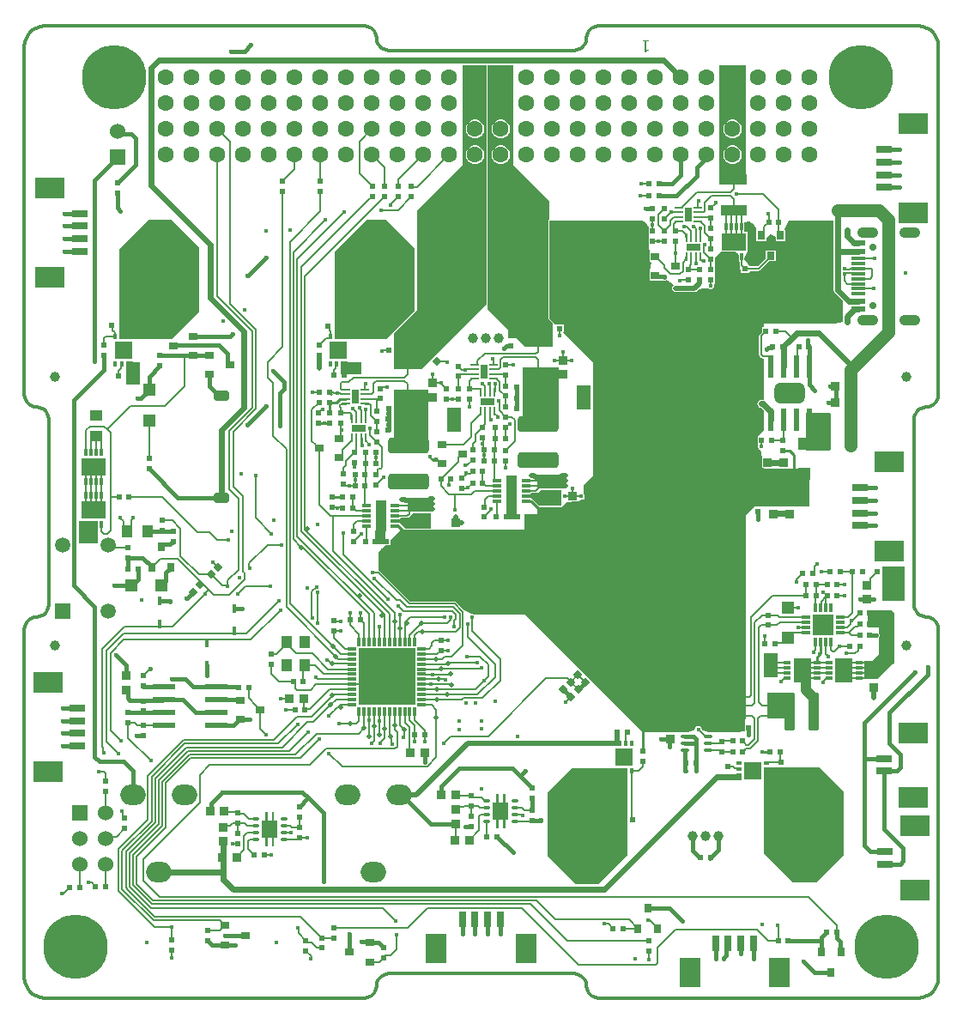
<source format=gtl>
G04*
G04 #@! TF.GenerationSoftware,Altium Limited,Altium Designer,21.7.2 (23)*
G04*
G04 Layer_Physical_Order=1*
G04 Layer_Color=255*
%FSLAX25Y25*%
%MOIN*%
G70*
G04*
G04 #@! TF.SameCoordinates,2BA94D00-C298-4741-AC1B-5A8F31098602*
G04*
G04*
G04 #@! TF.FilePolarity,Positive*
G04*
G01*
G75*
%ADD10C,0.01181*%
%ADD11C,0.00787*%
%ADD12C,0.00500*%
%ADD13C,0.00984*%
%ADD79C,0.06299*%
%ADD87R,0.02362X0.02362*%
%ADD88R,0.02362X0.02362*%
%ADD89R,0.01772X0.03347*%
%ADD90R,0.03347X0.03347*%
%ADD91P,0.03341X4X180.0*%
%ADD92R,0.06299X0.03150*%
%ADD93R,0.11811X0.08268*%
%ADD94R,0.03150X0.06299*%
%ADD95R,0.08268X0.11811*%
%ADD96R,0.03543X0.03150*%
%ADD97R,0.03150X0.03543*%
%ADD98R,0.08661X0.02362*%
%ADD99R,0.08661X0.02362*%
%ADD100R,0.05709X0.02362*%
%ADD101R,0.05709X0.01181*%
%ADD102C,0.01968*%
%ADD103R,0.05118X0.04528*%
%ADD104R,0.03937X0.04921*%
%ADD105R,0.04528X0.05118*%
%ADD106R,0.10236X0.04331*%
%ADD107R,0.01200X0.03100*%
%ADD108R,0.09800X0.06900*%
%ADD109R,0.01968X0.01575*%
%ADD110R,0.01968X0.02953*%
%ADD111R,0.07087X0.07087*%
%ADD112R,0.03200X0.01100*%
%ADD113R,0.02500X0.05400*%
%ADD114R,0.01100X0.03200*%
%ADD115R,0.05400X0.02500*%
%ADD116O,0.03347X0.01575*%
G04:AMPARAMS|DCode=117|XSize=118.11mil|YSize=78.74mil|CornerRadius=19.68mil|HoleSize=0mil|Usage=FLASHONLY|Rotation=180.000|XOffset=0mil|YOffset=0mil|HoleType=Round|Shape=RoundedRectangle|*
%AMROUNDEDRECTD117*
21,1,0.11811,0.03937,0,0,180.0*
21,1,0.07874,0.07874,0,0,180.0*
1,1,0.03937,-0.03937,0.01968*
1,1,0.03937,0.03937,0.01968*
1,1,0.03937,0.03937,-0.01968*
1,1,0.03937,-0.03937,-0.01968*
%
%ADD117ROUNDEDRECTD117*%
%ADD118R,0.02362X0.08661*%
%ADD119R,0.02362X0.08661*%
G04:AMPARAMS|DCode=120|XSize=149.61mil|YSize=39.37mil|CornerRadius=5.91mil|HoleSize=0mil|Usage=FLASHONLY|Rotation=90.000|XOffset=0mil|YOffset=0mil|HoleType=Round|Shape=RoundedRectangle|*
%AMROUNDEDRECTD120*
21,1,0.14961,0.02756,0,0,90.0*
21,1,0.13780,0.03937,0,0,90.0*
1,1,0.01181,0.01378,0.06890*
1,1,0.01181,0.01378,-0.06890*
1,1,0.01181,-0.01378,-0.06890*
1,1,0.01181,-0.01378,0.06890*
%
%ADD120ROUNDEDRECTD120*%
%ADD121R,0.03347X0.03347*%
%ADD122R,0.05512X0.09449*%
G04:AMPARAMS|DCode=123|XSize=33.07mil|YSize=10.24mil|CornerRadius=1.28mil|HoleSize=0mil|Usage=FLASHONLY|Rotation=180.000|XOffset=0mil|YOffset=0mil|HoleType=Round|Shape=RoundedRectangle|*
%AMROUNDEDRECTD123*
21,1,0.03307,0.00768,0,0,180.0*
21,1,0.03051,0.01024,0,0,180.0*
1,1,0.00256,-0.01526,0.00384*
1,1,0.00256,0.01526,0.00384*
1,1,0.00256,0.01526,-0.00384*
1,1,0.00256,-0.01526,-0.00384*
%
%ADD123ROUNDEDRECTD123*%
%ADD124R,0.04134X0.11850*%
G04:AMPARAMS|DCode=125|XSize=157.48mil|YSize=59.06mil|CornerRadius=8.86mil|HoleSize=0mil|Usage=FLASHONLY|Rotation=0.000|XOffset=0mil|YOffset=0mil|HoleType=Round|Shape=RoundedRectangle|*
%AMROUNDEDRECTD125*
21,1,0.15748,0.04134,0,0,0.0*
21,1,0.13976,0.05906,0,0,0.0*
1,1,0.01772,0.06988,-0.02067*
1,1,0.01772,-0.06988,-0.02067*
1,1,0.01772,-0.06988,0.02067*
1,1,0.01772,0.06988,0.02067*
%
%ADD125ROUNDEDRECTD125*%
%ADD126R,0.09449X0.05512*%
%ADD127P,0.03341X4X270.0*%
G04:AMPARAMS|DCode=128|XSize=23.62mil|YSize=12.21mil|CornerRadius=1.53mil|HoleSize=0mil|Usage=FLASHONLY|Rotation=0.000|XOffset=0mil|YOffset=0mil|HoleType=Round|Shape=RoundedRectangle|*
%AMROUNDEDRECTD128*
21,1,0.02362,0.00915,0,0,0.0*
21,1,0.02057,0.01221,0,0,0.0*
1,1,0.00305,0.01029,-0.00458*
1,1,0.00305,-0.01029,-0.00458*
1,1,0.00305,-0.01029,0.00458*
1,1,0.00305,0.01029,0.00458*
%
%ADD128ROUNDEDRECTD128*%
%ADD129R,0.05906X0.06890*%
%ADD130R,0.04331X0.10236*%
G04:AMPARAMS|DCode=131|XSize=33.86mil|YSize=10.24mil|CornerRadius=1.28mil|HoleSize=0mil|Usage=FLASHONLY|Rotation=180.000|XOffset=0mil|YOffset=0mil|HoleType=Round|Shape=RoundedRectangle|*
%AMROUNDEDRECTD131*
21,1,0.03386,0.00768,0,0,180.0*
21,1,0.03130,0.01024,0,0,180.0*
1,1,0.00256,-0.01565,0.00384*
1,1,0.00256,0.01565,0.00384*
1,1,0.00256,0.01565,-0.00384*
1,1,0.00256,-0.01565,-0.00384*
%
%ADD131ROUNDEDRECTD131*%
%ADD132R,0.03100X0.01200*%
%ADD133R,0.06900X0.09800*%
%ADD134R,0.04134X0.05118*%
G04:AMPARAMS|DCode=135|XSize=34.25mil|YSize=10.63mil|CornerRadius=1.33mil|HoleSize=0mil|Usage=FLASHONLY|Rotation=90.000|XOffset=0mil|YOffset=0mil|HoleType=Round|Shape=RoundedRectangle|*
%AMROUNDEDRECTD135*
21,1,0.03425,0.00797,0,0,90.0*
21,1,0.03160,0.01063,0,0,90.0*
1,1,0.00266,0.00399,0.01580*
1,1,0.00266,0.00399,-0.01580*
1,1,0.00266,-0.00399,-0.01580*
1,1,0.00266,-0.00399,0.01580*
%
%ADD135ROUNDEDRECTD135*%
G04:AMPARAMS|DCode=136|XSize=34.25mil|YSize=10.63mil|CornerRadius=1.33mil|HoleSize=0mil|Usage=FLASHONLY|Rotation=0.000|XOffset=0mil|YOffset=0mil|HoleType=Round|Shape=RoundedRectangle|*
%AMROUNDEDRECTD136*
21,1,0.03425,0.00797,0,0,0.0*
21,1,0.03160,0.01063,0,0,0.0*
1,1,0.00266,0.01580,-0.00399*
1,1,0.00266,-0.01580,-0.00399*
1,1,0.00266,-0.01580,0.00399*
1,1,0.00266,0.01580,0.00399*
%
%ADD136ROUNDEDRECTD136*%
%ADD137R,0.22047X0.22047*%
%ADD138R,0.01575X0.01968*%
%ADD139R,0.02953X0.01968*%
%ADD140R,0.07087X0.07087*%
G04:AMPARAMS|DCode=141|XSize=33.86mil|YSize=10.24mil|CornerRadius=1.28mil|HoleSize=0mil|Usage=FLASHONLY|Rotation=270.000|XOffset=0mil|YOffset=0mil|HoleType=Round|Shape=RoundedRectangle|*
%AMROUNDEDRECTD141*
21,1,0.03386,0.00768,0,0,270.0*
21,1,0.03130,0.01024,0,0,270.0*
1,1,0.00256,-0.00384,-0.01565*
1,1,0.00256,-0.00384,0.01565*
1,1,0.00256,0.00384,0.01565*
1,1,0.00256,0.00384,-0.01565*
%
%ADD141ROUNDEDRECTD141*%
%ADD142R,0.08425X0.08425*%
%ADD143R,0.04921X0.03937*%
%ADD144C,0.01575*%
%ADD145C,0.02362*%
%ADD146C,0.01968*%
%ADD147C,0.00866*%
%ADD148C,0.03937*%
%ADD149C,0.05118*%
%ADD150R,0.08300X0.06700*%
%ADD151R,0.08700X0.13600*%
%ADD152R,0.25600X0.14700*%
%ADD153R,0.08100X0.05000*%
%ADD154R,0.05800X0.09100*%
%ADD155R,0.04131X0.05357*%
%ADD156R,0.03600X0.10256*%
%ADD157R,0.09200X0.06700*%
%ADD158R,0.13978X0.20574*%
%ADD159R,0.06500X0.14600*%
%ADD160R,0.13800X0.20300*%
%ADD161R,0.07603X0.08965*%
%ADD162O,0.09843X0.07874*%
%ADD163C,0.06000*%
%ADD164R,0.06000X0.06000*%
%ADD165C,0.02756*%
%ADD166O,0.08268X0.04134*%
G04:AMPARAMS|DCode=167|XSize=59.06mil|YSize=39.37mil|CornerRadius=9.84mil|HoleSize=0mil|Usage=FLASHONLY|Rotation=180.000|XOffset=0mil|YOffset=0mil|HoleType=Round|Shape=RoundedRectangle|*
%AMROUNDEDRECTD167*
21,1,0.05906,0.01968,0,0,180.0*
21,1,0.03937,0.03937,0,0,180.0*
1,1,0.01968,-0.01968,0.00984*
1,1,0.01968,0.01968,0.00984*
1,1,0.01968,0.01968,-0.00984*
1,1,0.01968,-0.01968,-0.00984*
%
%ADD167ROUNDEDRECTD167*%
%ADD168C,0.03937*%
%ADD169C,0.05898*%
%ADD170R,0.05898X0.05898*%
%ADD171C,0.01575*%
%ADD172C,0.01772*%
%ADD173C,0.25000*%
G36*
X280200Y315900D02*
X276258D01*
Y318002D01*
X276201Y318292D01*
X276036Y318538D01*
X275790Y318703D01*
X275500Y318761D01*
X275210Y318703D01*
X274964Y318538D01*
X274799Y318292D01*
X274742Y318002D01*
Y315900D01*
X270000D01*
Y362400D01*
X280200D01*
Y315900D01*
D02*
G37*
G36*
X314339Y290146D02*
Y275000D01*
X314458Y274403D01*
X314796Y273896D01*
X317900Y270792D01*
Y265196D01*
X317801Y264699D01*
Y262586D01*
X314718Y262000D01*
X287200D01*
Y260631D01*
X286469D01*
Y258641D01*
X285564Y257736D01*
X285399Y257490D01*
X285342Y257200D01*
Y249900D01*
X285399Y249610D01*
X285564Y249364D01*
X286291Y248637D01*
X286537Y248473D01*
X286827Y248415D01*
X287200D01*
Y232678D01*
X286813Y232361D01*
X286200Y232361D01*
X285603Y232242D01*
X285096Y231904D01*
X284758Y231397D01*
Y231397D01*
X284639Y230800D01*
X284758Y230203D01*
X284758Y230203D01*
X285096Y229696D01*
X285603Y229358D01*
X286158Y229247D01*
X286837Y228569D01*
X286837Y228569D01*
X287200Y228206D01*
Y220713D01*
X284800Y218231D01*
X284800D01*
X284800Y218231D01*
Y215169D01*
X284913Y214411D01*
X284913Y214411D01*
X284913Y214411D01*
Y213871D01*
X285120Y213372D01*
X285120Y213372D01*
X285120Y213372D01*
X285502Y212990D01*
X285502Y212990D01*
X285814Y212860D01*
X286446Y209973D01*
X286446D01*
Y205926D01*
X287200D01*
Y194400D01*
X280300Y187500D01*
Y109686D01*
X279708Y106556D01*
Y103494D01*
X276597Y103400D01*
X265968D01*
X263456Y103944D01*
X263058Y104030D01*
X263058Y104570D01*
X262852Y105069D01*
X262469Y105452D01*
X261970Y105658D01*
X261970Y105658D01*
X261430Y105658D01*
X260931Y105452D01*
X260931D01*
X260548Y105069D01*
X260342Y104570D01*
X260342Y104030D01*
X259944Y103944D01*
X257432Y103400D01*
X240300D01*
X194648Y149052D01*
X174491D01*
X174459Y149084D01*
X173960Y149290D01*
X173420D01*
X171423Y150200D01*
X170832Y150640D01*
X167736Y153736D01*
X167490Y153901D01*
X167200Y153958D01*
X149714D01*
X137936Y165736D01*
X137690Y165901D01*
X137416Y165955D01*
Y173216D01*
X140064Y175864D01*
X140400D01*
X140471Y175893D01*
X142105D01*
Y177905D01*
X146100Y181900D01*
X199900D01*
X210698Y192698D01*
X213806Y192799D01*
X215029Y192799D01*
X215630Y193204D01*
X215722Y193266D01*
X216569Y193472D01*
X217068Y193679D01*
X217068Y193679D01*
X217450Y194061D01*
Y194061D01*
X217657Y194560D01*
Y195100D01*
X217657Y195100D01*
X217450Y195599D01*
Y195599D01*
X217068Y195982D01*
X217113Y199113D01*
X220934Y202934D01*
Y246866D01*
X209317Y258483D01*
X209357Y258580D01*
Y261643D01*
X206295D01*
X206198Y261602D01*
X203800Y264000D01*
Y301900D01*
X239718D01*
X241301Y301185D01*
X242469Y299431D01*
Y296369D01*
Y292432D01*
X242842Y289437D01*
Y286047D01*
X243284D01*
X243606Y285566D01*
X242842Y282416D01*
X242842D01*
Y278567D01*
X246028D01*
Y278567D01*
X247085Y278567D01*
X247958Y278670D01*
X248944Y278723D01*
X249152Y278809D01*
X251467Y277492D01*
X251914Y277175D01*
X252041Y276832D01*
X251782Y276393D01*
X251682Y276153D01*
X251676Y276144D01*
X251674Y276134D01*
X251575Y275894D01*
X251575Y275894D01*
X251575Y275635D01*
X251573Y275624D01*
X251573Y275624D01*
X251575Y275613D01*
Y275354D01*
X251575Y275354D01*
X251575Y275354D01*
X251674Y275114D01*
X251676Y275103D01*
X251682Y275094D01*
X251782Y274854D01*
X251965Y274671D01*
X251971Y274662D01*
X251971Y274662D01*
X251980Y274656D01*
X252164Y274472D01*
X252164Y274472D01*
X252403Y274373D01*
X252413Y274367D01*
X252413Y274367D01*
X252423Y274365D01*
X252663Y274266D01*
X252663Y274266D01*
X252923D01*
X252933Y274263D01*
X254485Y274263D01*
X260252D01*
X260772Y274367D01*
X261214Y274662D01*
X261898Y275346D01*
X263551Y275633D01*
X265648Y275514D01*
X266190Y275301D01*
X266731D01*
X266731Y275301D01*
X267230Y275508D01*
X267230D01*
X267230Y275508D01*
X267612Y275890D01*
X267612D01*
X267819Y276389D01*
X267819Y276389D01*
X267819Y276782D01*
X268133Y277463D01*
X268133Y277870D01*
X268133Y277870D01*
X268133Y278283D01*
Y280526D01*
Y284463D01*
X268132Y285363D01*
Y287628D01*
X269753Y289367D01*
X270671Y289900D01*
X274374D01*
X276305Y289869D01*
X276882Y289288D01*
X277503Y288663D01*
Y286050D01*
X277695Y285910D01*
Y284516D01*
X278237Y281669D01*
X278425D01*
Y281669D01*
X280422D01*
Y281669D01*
X281300D01*
X281300Y281669D01*
X282001Y282442D01*
X285034Y282442D01*
X285324Y282499D01*
X285570Y282664D01*
X289048Y286141D01*
X291825Y286141D01*
Y290385D01*
X287975D01*
X287975Y287214D01*
X284994Y284232D01*
X281705Y284284D01*
X281301Y284730D01*
X281300Y284731D01*
X280844Y285299D01*
X280844D01*
X279403Y287095D01*
Y287308D01*
X280750Y289900D01*
X280750Y292442D01*
Y297500D01*
X279403Y297550D01*
Y301350D01*
X281549Y301754D01*
X283088Y300741D01*
X284322Y298871D01*
X284235Y298259D01*
X284235D01*
Y294015D01*
X288085D01*
X288085Y295359D01*
X289971Y296669D01*
X291715Y295773D01*
Y294015D01*
X295565D01*
Y298259D01*
X295565D01*
X295240Y298750D01*
X296692Y301900D01*
X314339D01*
Y290146D01*
D02*
G37*
G36*
X151441Y291339D02*
Y266732D01*
X140614Y255906D01*
X120451D01*
X120451Y289851D01*
X132765Y302165D01*
X140614D01*
X151441Y291339D01*
D02*
G37*
G36*
X67913D02*
Y266732D01*
X57087Y255906D01*
X36923D01*
Y290860D01*
X48228Y302165D01*
X57087D01*
X67913Y291339D01*
D02*
G37*
G36*
X190000Y323400D02*
X203700Y309700D01*
Y302237D01*
X203532Y302168D01*
X203421Y301900D01*
Y264000D01*
X203532Y263732D01*
X205100Y262164D01*
Y252800D01*
X194400Y252900D01*
X180000Y267300D01*
Y362300D01*
X190000D01*
Y323400D01*
D02*
G37*
G36*
X179621Y269521D02*
X154300Y244200D01*
X149493D01*
Y246421D01*
X149436Y246711D01*
X149271Y246957D01*
X149025Y247121D01*
X148735Y247179D01*
X148445Y247121D01*
X148199Y246957D01*
X148035Y246711D01*
X147977Y246421D01*
Y244200D01*
X143600D01*
Y258200D01*
X152500Y267100D01*
Y306112D01*
X170100Y323712D01*
Y362300D01*
X179621D01*
Y269521D01*
D02*
G37*
G36*
X208375Y195135D02*
X208355Y195086D01*
Y194545D01*
X208375Y194496D01*
Y191300D01*
X199853Y191300D01*
X197491Y193663D01*
X197330Y193770D01*
X196757Y194343D01*
X196175Y194500D01*
Y195544D01*
X196875Y196244D01*
X199675D01*
X200879Y197448D01*
X208375D01*
Y195135D01*
D02*
G37*
G36*
X157800Y182400D02*
X148000D01*
X145600Y184800D01*
X144130Y185307D01*
X144213Y185800D01*
X145600D01*
X146300Y186500D01*
X149100D01*
X150800Y188200D01*
X157800D01*
Y182400D01*
D02*
G37*
G36*
X337800Y149700D02*
Y130391D01*
X337100Y129691D01*
X331209Y123800D01*
X326100D01*
Y130900D01*
X329400D01*
X332000Y133500D01*
Y140380D01*
X332107Y140639D01*
Y141180D01*
X332000Y141439D01*
Y148400D01*
X334296Y150696D01*
X336804D01*
X337800Y149700D01*
D02*
G37*
G36*
X186744Y76065D02*
X187965D01*
Y69176D01*
X186744Y69176D01*
X186744Y65927D01*
X185839Y65928D01*
X185839Y69176D01*
X184185D01*
X184185Y65928D01*
X183280Y65927D01*
Y69176D01*
X182059D01*
Y76065D01*
X183280D01*
Y79313D01*
X184185D01*
X184185Y76065D01*
X185839Y76065D01*
X185839Y79313D01*
X186744D01*
X186744Y76065D01*
D02*
G37*
G36*
X96944Y69065D02*
X98165D01*
Y62176D01*
X96944D01*
Y58928D01*
X96039D01*
Y62176D01*
X94385D01*
Y58928D01*
X93480D01*
Y62176D01*
X92259D01*
Y69065D01*
X93480D01*
Y72313D01*
X94385D01*
Y69065D01*
X96039D01*
Y72313D01*
X96944D01*
Y69065D01*
D02*
G37*
G36*
X308774Y89729D02*
X308774Y89729D01*
X318234Y80269D01*
X318234D01*
Y55663D01*
X307407Y44836D01*
X298549D01*
X287244Y56142D01*
Y89729D01*
X308774Y89729D01*
D02*
G37*
G36*
X234301Y55754D02*
X222996Y44449D01*
X214137D01*
X203310Y55276D01*
Y79882D01*
X203311D01*
X212770Y89342D01*
X234301Y89342D01*
Y55754D01*
D02*
G37*
G36*
X242455Y371470D02*
X241595D01*
Y368284D01*
X242455D01*
Y367854D01*
X242375D01*
X242288Y367847D01*
X242186Y367840D01*
X242069Y367818D01*
X241952Y367796D01*
X241836Y367759D01*
X241741Y367716D01*
X241734Y367708D01*
X241705Y367686D01*
X241668Y367650D01*
X241617Y367599D01*
X241573Y367526D01*
X241530Y367439D01*
X241500Y367322D01*
X241479Y367191D01*
X240983D01*
Y371470D01*
X240144D01*
Y371951D01*
X242455D01*
Y371470D01*
D02*
G37*
%LPC*%
G36*
X275489Y341150D02*
X274535D01*
X273614Y340903D01*
X272788Y340426D01*
X272113Y339752D01*
X271637Y338926D01*
X271390Y338004D01*
Y337051D01*
X271637Y336129D01*
X272113Y335304D01*
X272788Y334629D01*
X273614Y334152D01*
X274535Y333906D01*
X275489D01*
X276410Y334152D01*
X277236Y334629D01*
X277910Y335304D01*
X278387Y336129D01*
X278634Y337051D01*
Y338004D01*
X278387Y338926D01*
X277910Y339752D01*
X277236Y340426D01*
X276410Y340903D01*
X275489Y341150D01*
D02*
G37*
G36*
X275485Y331150D02*
X274531D01*
X273610Y330903D01*
X272784Y330426D01*
X272110Y329751D01*
X271633Y328926D01*
X271386Y328004D01*
Y327051D01*
X271633Y326130D01*
X272110Y325304D01*
X272784Y324629D01*
X273610Y324152D01*
X274531Y323905D01*
X275485D01*
X276406Y324152D01*
X277232Y324629D01*
X277906Y325304D01*
X278383Y326130D01*
X278630Y327051D01*
Y328004D01*
X278383Y328926D01*
X277906Y329751D01*
X277232Y330426D01*
X276406Y330903D01*
X275485Y331150D01*
D02*
G37*
G36*
X185489Y341150D02*
X184535D01*
X183614Y340903D01*
X182788Y340426D01*
X182114Y339752D01*
X181637Y338926D01*
X181390Y338004D01*
Y337051D01*
X181637Y336129D01*
X182114Y335304D01*
X182788Y334629D01*
X183614Y334152D01*
X184535Y333906D01*
X185489D01*
X186410Y334152D01*
X187236Y334629D01*
X187910Y335304D01*
X188387Y336129D01*
X188634Y337051D01*
Y338004D01*
X188387Y338926D01*
X187910Y339752D01*
X187236Y340426D01*
X186410Y340903D01*
X185489Y341150D01*
D02*
G37*
G36*
X185485Y331150D02*
X184531D01*
X183610Y330903D01*
X182784Y330426D01*
X182109Y329751D01*
X181633Y328926D01*
X181386Y328004D01*
Y327051D01*
X181633Y326130D01*
X182109Y325304D01*
X182784Y324629D01*
X183610Y324152D01*
X184531Y323905D01*
X185485D01*
X186406Y324152D01*
X187232Y324629D01*
X187906Y325304D01*
X188383Y326130D01*
X188630Y327051D01*
Y328004D01*
X188383Y328926D01*
X187906Y329751D01*
X187232Y330426D01*
X186406Y330903D01*
X185485Y331150D01*
D02*
G37*
G36*
X175489Y341150D02*
X174535D01*
X173614Y340903D01*
X172788Y340426D01*
X172114Y339752D01*
X171637Y338926D01*
X171390Y338004D01*
Y337051D01*
X171637Y336129D01*
X172114Y335304D01*
X172788Y334629D01*
X173614Y334152D01*
X174535Y333906D01*
X175489D01*
X176410Y334152D01*
X177236Y334629D01*
X177910Y335304D01*
X178387Y336129D01*
X178634Y337051D01*
Y338004D01*
X178387Y338926D01*
X177910Y339752D01*
X177236Y340426D01*
X176410Y340903D01*
X175489Y341150D01*
D02*
G37*
G36*
X175485Y331150D02*
X174531D01*
X173610Y330903D01*
X172784Y330426D01*
X172109Y329751D01*
X171633Y328926D01*
X171386Y328004D01*
Y327051D01*
X171633Y326130D01*
X172109Y325304D01*
X172784Y324629D01*
X173610Y324152D01*
X174531Y323905D01*
X175485D01*
X176406Y324152D01*
X177232Y324629D01*
X177906Y325304D01*
X178383Y326130D01*
X178630Y327051D01*
Y328004D01*
X178383Y328926D01*
X177906Y329751D01*
X177232Y330426D01*
X176406Y330903D01*
X175485Y331150D01*
D02*
G37*
%LPD*%
D10*
X2976Y1727D02*
X4469Y789D01*
X6134Y207D01*
X7886Y10D01*
X132039D01*
X133090Y128D01*
X134089Y477D01*
X134985Y1040D01*
X135733Y1788D01*
X136296Y2684D01*
X136645Y3683D01*
X136764Y4734D01*
X136882Y5785D01*
X137231Y6784D01*
X137794Y7680D01*
X138542Y8428D01*
X139438Y8991D01*
X140437Y9340D01*
X141488Y9458D01*
X213535D01*
X214586Y9340D01*
X215585Y8991D01*
X216481Y8428D01*
X217229Y7680D01*
X217792Y6784D01*
X218141Y5785D01*
X218260Y4734D01*
X218378Y3683D01*
X218727Y2684D01*
X219290Y1788D01*
X220038Y1040D01*
X220934Y477D01*
X221933Y128D01*
X222984Y10D01*
X347138D01*
X348890Y207D01*
X350554Y789D01*
X352047Y1727D01*
X353294Y2974D01*
X354232Y4467D01*
X354814Y6131D01*
X355012Y7884D01*
Y143297D01*
X354893Y144348D01*
X354544Y145347D01*
X353981Y146242D01*
X353233Y146991D01*
X352337Y147554D01*
X351339Y147903D01*
X350287Y148021D01*
X349236Y148140D01*
X348237Y148489D01*
X347341Y149052D01*
X346593Y149800D01*
X346031Y150696D01*
X345681Y151695D01*
X345563Y152746D01*
X345563Y224793D01*
X345681Y225844D01*
X346031Y226843D01*
X346593Y227739D01*
X347341Y228487D01*
X348237Y229049D01*
X349236Y229399D01*
X350287Y229517D01*
X351339Y229636D01*
X352337Y229985D01*
X353233Y230548D01*
X353981Y231296D01*
X354544Y232192D01*
X354893Y233190D01*
X355012Y234242D01*
Y369655D01*
X354814Y371407D01*
X354232Y373072D01*
X353294Y374565D01*
X352047Y375811D01*
X350554Y376749D01*
X348890Y377332D01*
X347137Y377529D01*
X222984D01*
X221933Y377411D01*
X220934Y377061D01*
X220038Y376499D01*
X219290Y375750D01*
X218727Y374855D01*
X218378Y373856D01*
X218260Y372805D01*
X218141Y371754D01*
X217792Y370755D01*
X217229Y369859D01*
X216481Y369111D01*
X215585Y368548D01*
X214586Y368199D01*
X213535Y368080D01*
X141488Y368080D01*
X140437Y368199D01*
X139438Y368548D01*
X138542Y369111D01*
X137794Y369859D01*
X137231Y370755D01*
X136882Y371754D01*
X136764Y372805D01*
X136645Y373856D01*
X136296Y374855D01*
X135733Y375750D01*
X134985Y376499D01*
X134089Y377061D01*
X133090Y377411D01*
X132039Y377529D01*
X7886D01*
X6134Y377332D01*
X4469Y376749D01*
X2976Y375811D01*
X1729Y374565D01*
X791Y373072D01*
X209Y371407D01*
X12Y369655D01*
Y234242D01*
X130Y233190D01*
X479Y232192D01*
X1042Y231296D01*
X1790Y230548D01*
X2686Y229985D01*
X3685Y229636D01*
X4736Y229517D01*
X5787Y229399D01*
X6786Y229049D01*
X7682Y228487D01*
X8430Y227739D01*
X8992Y226843D01*
X9342Y225844D01*
X9460Y224793D01*
Y152746D01*
X9342Y151695D01*
X8992Y150696D01*
X8430Y149800D01*
X7682Y149052D01*
X6786Y148489D01*
X5787Y148140D01*
X4736Y148021D01*
X3685Y147903D01*
X2686Y147554D01*
X1790Y146991D01*
X1042Y146242D01*
X479Y145347D01*
X130Y144348D01*
X12Y143297D01*
Y7884D01*
X209Y6131D01*
X791Y4467D01*
X1729Y2974D01*
X2976Y1727D01*
D11*
X14500Y40600D02*
X15167D01*
X17614Y43047D01*
X21600Y43096D02*
Y43887D01*
Y51800D01*
X24700Y45100D02*
X24888Y44912D01*
X26100D01*
X27618Y43393D01*
X30968Y43400D02*
X31600Y44032D01*
Y51800D01*
X36588Y41578D02*
Y57949D01*
X47938Y69299D01*
Y86438D01*
X61710Y100210D01*
X96702D01*
X105760Y109268D01*
X111368D01*
X119700Y117600D01*
Y117900D02*
X121000D01*
X121010Y117910D01*
X127296D01*
Y119879D02*
X118601D01*
X110869Y112147D01*
X109116D01*
X108968Y112000D01*
X108508Y112460D01*
Y116255D01*
X111200Y119700D02*
X113347Y121847D01*
X127296D01*
X137847D01*
X140800Y124800D01*
X143753Y138304D02*
Y146246D01*
Y149747D01*
X120000Y173500D01*
Y187267D01*
X132700D01*
Y185298D02*
X129298D01*
X127878Y183878D01*
Y181288D01*
Y177351D02*
X130700Y180173D01*
Y180300D01*
X132410Y177374D02*
X132700Y177665D01*
Y183330D01*
X135038Y165200D02*
X137400D01*
X149400Y153200D01*
X167200D01*
X170296Y150104D01*
Y137096D01*
X167500Y134300D01*
Y134300D01*
X165800Y132600D01*
X163200D01*
X162300Y131700D01*
X160000D01*
X159995Y131695D01*
X154309D01*
X154304Y131690D01*
Y129721D02*
X164259D01*
X164658Y130121D01*
X175771D01*
X175947Y130297D01*
X176753Y127800D02*
X177318Y128364D01*
X177463D01*
X176753Y127800D02*
X161856D01*
X161828Y127828D01*
X161800Y127800D02*
X161776Y127776D01*
X154328D01*
X154304Y127753D01*
Y125784D02*
X154346Y125742D01*
X165600D01*
X164400Y135063D02*
X161787D01*
X161766Y135084D02*
X160340Y133658D01*
X154304D01*
Y135627D02*
X157027D01*
X158200Y136800D01*
Y138000D01*
X159221Y139021D01*
X161766D01*
X161787Y139000D01*
X164400D01*
X164255Y145525D02*
X165541Y146811D01*
Y148043D01*
X165599Y148101D01*
X163189Y147986D02*
X149886D01*
X147745Y145845D01*
Y138359D01*
X147690Y138304D01*
X145721D02*
X145720Y138305D01*
Y148791D01*
X145719Y148792D01*
X147171Y150200D02*
X166300D01*
X167600Y148900D01*
Y147200D01*
X166854Y146454D01*
Y144461D01*
X166780Y144387D01*
X169015Y143815D02*
Y149428D01*
X166643Y151800D01*
X148660D01*
X145960Y154500D01*
X144500D01*
X136000Y163000D01*
X141284Y155029D02*
X123900Y172413D01*
Y180500D01*
X132700Y189235D02*
X128684D01*
X127566Y190352D01*
X127571Y190357D01*
Y194540D01*
X123462Y190520D02*
X123629Y190352D01*
X123462Y190520D02*
X119455D01*
X120000Y187267D02*
X118733D01*
X114426Y191574D01*
Y213540D01*
X114229D01*
X113048Y214721D01*
Y214918D01*
X111600Y216366D01*
Y228601D01*
X114437Y231438D01*
X115662Y228700D02*
X115800D01*
X115662D02*
X114237Y227275D01*
X122937Y217917D02*
Y223338D01*
Y227275D02*
X122964Y227302D01*
X123062Y227400D01*
X126500D01*
X126981Y226919D01*
Y225063D01*
X127137Y224906D01*
X128812Y225031D02*
Y227688D01*
X127500Y229000D01*
X124781Y230750D02*
X124937Y230907D01*
X124781Y230750D02*
X124304D01*
X122874D01*
X122413Y230289D01*
Y229637D01*
X122874Y229176D01*
Y227392D01*
X122964Y227302D01*
X123031Y227235D01*
X128812Y225031D02*
X128937Y224906D01*
X128937Y217507D02*
Y212743D01*
X128237Y212043D01*
X124815Y208622D01*
Y206897D01*
X123898Y205980D01*
Y203468D01*
Y199531D02*
X124319Y199111D01*
X128385D01*
X128385Y199111D01*
Y203435D01*
X128211Y206250D02*
Y208080D01*
X128237Y208106D01*
X123678Y210981D02*
Y211441D01*
X123679Y211442D01*
Y212998D01*
X127137Y216457D01*
Y217507D01*
X122937Y217917D02*
X122300Y217280D01*
X122300Y209800D02*
X122497D01*
X123678Y210981D01*
X137199Y205209D02*
X137660Y205670D01*
X138539D01*
X139000Y206131D01*
Y213975D01*
X136937Y216038D01*
X134300Y218675D01*
Y221100D01*
X134200Y221200D01*
X136937Y219975D02*
Y223938D01*
X136837Y224038D01*
X134600Y226275D01*
Y230289D01*
X134139Y230750D01*
X132493D01*
X132337Y230907D01*
X132569Y228466D02*
X132602Y228498D01*
X132569Y228466D02*
Y225266D01*
X132381Y225077D01*
X130737Y224906D02*
Y228448D01*
X130287Y228898D01*
Y229164D01*
X136837Y227975D02*
Y232569D01*
X136700Y232706D01*
X138073D01*
X138198Y232832D01*
X136700Y232706D02*
X132337D01*
X132344Y234500D02*
X134768D01*
X135400Y235132D01*
Y238500D01*
X136600Y239700D01*
X147535D01*
X148735Y238499D01*
Y234216D01*
X147486Y241100D02*
X148735Y242349D01*
Y246421D01*
X147486Y241100D02*
X127700D01*
X125800Y239200D01*
X123300D01*
X122700Y238600D01*
Y236761D01*
X123161Y236300D01*
X124931D01*
X124937Y236307D01*
X125844D01*
X126000Y236463D01*
X120084Y242003D02*
X120204Y242122D01*
Y243904D01*
X120853Y244553D01*
Y245861D01*
X121247Y246255D01*
X132300Y238800D02*
X132337D01*
Y236307D01*
Y234507D02*
X132344Y234500D01*
X138198Y236769D02*
X138582Y237152D01*
X140971D01*
X141330Y220600D02*
X141361Y220632D01*
X132537Y217507D02*
Y216457D01*
X133963Y215031D01*
Y214991D01*
X132610Y212019D02*
Y199399D01*
X132322Y199111D01*
Y191322D01*
X132440Y191204D01*
X132700D01*
X144000D02*
X151469D01*
X152976D01*
X153370Y191597D01*
X151862D01*
X151469Y191204D01*
X149500Y189235D01*
X151007D01*
X152976Y191204D01*
X149500Y189235D02*
X149500Y189235D01*
Y188100D01*
X148667Y187267D01*
X144000D01*
Y189235D02*
X149500D01*
X164900Y195700D02*
X167278D01*
X173600D01*
X174912Y197012D01*
X183426D01*
Y198981D02*
X179126D01*
X177994Y200112D01*
X177994Y200112D01*
Y204512D01*
X182494Y201067D02*
X182613Y200949D01*
X183426D01*
X182494Y201067D02*
Y208612D01*
X182494Y208612D01*
Y212912D01*
X182857Y213275D01*
Y217212D01*
X182889Y217244D01*
Y221512D01*
X186826D02*
X188414Y223100D01*
X188657D01*
X188900D01*
X189333Y225767D02*
X190500Y224600D01*
Y216168D01*
X186900Y212568D01*
X186900Y208631D02*
Y206000D01*
X183426Y195044D02*
X180144D01*
X178700Y193600D01*
Y190955D01*
X178526Y190781D01*
X181300Y190000D02*
Y189618D01*
X178526Y186844D01*
X183157Y186926D02*
X183426Y187195D01*
Y193075D01*
X194725Y197012D02*
X198442D01*
X200411Y198981D01*
X202379D01*
X203952Y200554D01*
X201984D01*
X200411Y198981D01*
X194725D01*
Y200949D02*
X203557D01*
X203952Y200554D01*
X213006Y198167D02*
Y194823D01*
X216350D01*
X213006D02*
X209662D01*
X178557Y208612D02*
Y212912D01*
X178557Y212912D01*
X178036Y213139D02*
Y217364D01*
X177700Y217700D01*
X175100Y219037D02*
X177700Y221637D01*
X179000Y222937D01*
Y228000D01*
X180800Y228000D02*
Y224900D01*
X181100Y224600D01*
X183750Y225800D02*
X183900D01*
X183750D02*
X182600Y226950D01*
Y228000D01*
X184400Y228267D02*
Y231683D01*
X184261Y231822D01*
X184660Y236073D02*
Y239190D01*
X183250Y240600D01*
X182200D01*
Y242400D02*
X186400D01*
X186900Y241900D01*
Y237770D01*
X184660Y236073D02*
X186900Y233833D01*
Y229704D01*
X184400Y228267D02*
X186900Y225767D01*
X189333D01*
X186826Y221512D02*
X186794Y221481D01*
Y217212D01*
X177200Y226950D02*
Y228000D01*
Y226950D02*
X173400Y223150D01*
Y217901D01*
X170439Y214940D01*
X162163D01*
X161145Y208478D02*
X162163Y207460D01*
X161732Y201500D02*
X168659Y208428D01*
Y210019D01*
X169840Y211200D01*
X170037D01*
X174100Y212968D02*
Y215300D01*
X175100Y216300D01*
Y219037D01*
X174100Y209032D02*
X171968Y206900D01*
X171200D01*
X171801Y203769D02*
X173314D01*
X174057Y204512D01*
X171801Y203769D02*
X169900Y201869D01*
Y197932D02*
X171877D01*
X174057Y200112D01*
X167278Y195700D02*
Y189595D01*
X164894Y199250D02*
Y200726D01*
X165668Y201500D01*
X161732D02*
Y198869D01*
X164900Y195700D01*
X161145Y208478D02*
X160948D01*
X160785Y208641D01*
X160982D01*
X160785D02*
X158804D01*
X157624Y209821D01*
Y210211D01*
X157521Y210314D01*
X158309Y209403D02*
X159691D01*
X159880Y209215D01*
X160211D01*
X160785Y208641D01*
X172900Y229786D02*
X172928Y229759D01*
X172900Y229786D02*
Y232562D01*
Y236499D02*
X177044D01*
X177200Y236343D01*
Y235400D01*
X177800Y238500D02*
X178844Y237456D01*
Y235556D01*
X179000Y235400D01*
X180800Y235400D02*
Y238300D01*
X180400Y238700D01*
X182730Y238367D02*
X182861Y238497D01*
X182730Y238367D02*
Y235530D01*
X182600Y235400D01*
X191332Y237300D02*
X191332Y237300D01*
X199500Y242800D02*
Y248100D01*
X198500Y249100D01*
X185801D01*
X184700Y248000D01*
Y245000D01*
X184056Y244356D01*
X182356D01*
X182200Y244200D01*
Y246000D02*
Y248000D01*
X182000Y248200D01*
X178738Y250238D02*
X198638D01*
X199500Y251100D01*
Y255005D01*
X189963Y245837D02*
X190000Y245800D01*
X189963Y245837D02*
X186900D01*
X178738Y250238D02*
X176006Y247506D01*
Y246156D01*
X175850Y246000D01*
X174800D01*
Y244200D02*
X174755Y244155D01*
X171367D01*
X171322Y244109D01*
X169691D01*
X168400Y245401D01*
Y241464D02*
X169336Y242400D01*
X174800D01*
Y240600D02*
X173750D01*
X172800Y239650D01*
Y236599D01*
X172900Y236499D01*
X168400Y236499D02*
Y241464D01*
Y232562D02*
X166150D01*
X163900D01*
X163900Y232562D01*
Y236499D02*
X161691Y238708D01*
Y238956D01*
X161742D01*
X161691D02*
Y238963D01*
Y238956D02*
X158398D01*
Y242300D01*
X160335Y247118D02*
X164100D01*
X164251Y246967D01*
X189261Y257007D02*
X189787Y256481D01*
X192019D01*
X192100Y256400D01*
X190453Y257007D02*
X189261D01*
X189000Y257269D01*
X188821Y257447D01*
Y259834D01*
X188213Y260494D02*
Y258056D01*
X188821Y257447D01*
X188213Y260494D02*
X188163Y260544D01*
X205756Y247756D02*
X209100D01*
Y251100D01*
Y247756D02*
X212444D01*
X207900Y257200D02*
X207826Y257274D01*
Y260111D01*
X248521Y283579D02*
X250900Y281200D01*
X254600D01*
X255772Y282372D01*
Y285653D01*
X256944Y286825D01*
Y287875D01*
X257101Y288032D01*
X258901Y288032D02*
Y285001D01*
X258600Y284700D01*
Y283399D01*
X258032Y282832D01*
X262301D01*
X263049Y286434D02*
X263704D01*
X263892Y286245D01*
X263049Y286434D02*
X262501Y286982D01*
Y288032D01*
X264000Y289495D02*
Y292700D01*
X262501Y295431D02*
X262450Y295482D01*
Y299050D01*
X262400Y299100D01*
X262651Y301631D02*
X264200Y300082D01*
Y297264D01*
X266601Y294863D01*
Y290831D01*
X264000Y289495D02*
X266601Y286894D01*
Y282933D01*
X266602Y282931D01*
Y278994D02*
X266460Y278853D01*
Y276660D01*
X279768Y283200D02*
X285034D01*
X289900Y288066D01*
Y288263D01*
X292969Y296809D02*
X293640Y296137D01*
X292969Y296809D02*
Y301400D01*
Y306132D01*
X286900Y312200D01*
X276500D01*
X274200Y311500D02*
X275500Y310200D01*
Y305798D01*
X276681D01*
X278453Y304026D01*
Y299450D01*
Y296653D01*
X276484Y294684D01*
Y299450D01*
Y304813D01*
X275500Y305798D01*
X274516Y304813D01*
Y299450D01*
Y294684D01*
X275500Y293700D01*
X276484Y294684D01*
X274516D02*
X272547Y296653D01*
Y299450D01*
Y304026D01*
X274319Y305798D01*
X275500D01*
X274200Y311500D02*
X266993D01*
X264298Y308805D01*
Y305702D01*
X263837Y305241D01*
X261610D01*
X261601Y305231D01*
X261601Y307031D02*
Y309201D01*
X262000Y309600D01*
X261601Y303432D02*
X266032D01*
X266601Y302863D01*
Y298800D01*
X262651Y301631D02*
X261601D01*
X278453Y287950D02*
Y284516D01*
X279768Y283200D01*
X286160Y296137D02*
X287130Y297108D01*
Y299499D01*
X289032Y301400D01*
Y304269D01*
X288800Y304500D01*
X275500Y318002D02*
Y314300D01*
X274200Y313000D01*
X261136D01*
X255407Y307271D01*
Y307188D01*
X255251Y307031D01*
X254201D01*
X254201Y305231D02*
X251101D01*
X248501Y302631D01*
X244001D02*
Y297901D01*
X244000Y297900D01*
Y293963D02*
X248500D01*
Y297900D02*
X250776Y300175D01*
Y301875D01*
X252175Y303275D01*
X254045D01*
X254201Y303432D01*
Y301631D02*
X253151D01*
X252232Y300713D01*
Y298669D01*
X253001Y297900D01*
X253101Y298000D01*
X255582D01*
X256944Y296638D01*
Y295588D01*
X257101Y295431D01*
X258901Y295431D02*
Y297904D01*
X257262Y299543D01*
X256424D01*
X256236Y299731D01*
X260000Y299500D02*
X260701Y298799D01*
Y295431D01*
X253001Y293963D02*
Y289179D01*
Y284395D01*
X252838Y284231D01*
X258001Y282800D02*
X258032Y282832D01*
X260701Y285599D02*
X260900Y285400D01*
X260701Y285599D02*
Y288032D01*
X258001Y278863D02*
X254563D01*
X254500Y278800D01*
X248521Y283579D02*
Y284611D01*
X245161Y287972D01*
X244964D01*
X253001Y297900D02*
Y297907D01*
X253039Y297946D01*
X266601Y306800D02*
X268400Y308599D01*
Y309100D01*
X242665Y316200D02*
X242662Y316203D01*
X239358D01*
X239087Y311505D02*
X242627D01*
X242632Y311500D01*
X241469Y306569D02*
X241400Y306500D01*
X246200Y304268D02*
X248501Y306569D01*
X246200Y304268D02*
Y300200D01*
X248500Y297900D01*
X286100Y249900D02*
Y257200D01*
X288000Y259100D01*
X291937D02*
X295350D01*
X298059Y256391D01*
X300031Y252900D02*
Y245568D01*
X299700Y245236D01*
X289700Y245236D02*
Y248386D01*
X288913Y249173D01*
X286827D01*
X286100Y249900D01*
X294700Y224764D02*
Y216637D01*
X294600Y216537D01*
X294437Y216700D01*
X290268D01*
X286332D02*
Y214231D01*
X286300Y214200D01*
X284812Y188795D02*
X284781Y188764D01*
X299900Y162768D02*
X302132Y165000D01*
X306068D02*
X306856Y165787D01*
Y167656D01*
X307800Y168600D01*
X307423Y160591D02*
X311731D01*
X315668D02*
X315720Y160643D01*
X318400D01*
X316868Y165600D02*
X321532D01*
Y149632D01*
X319753Y147853D01*
X316934D01*
Y143916D02*
X319516D01*
X320846Y145246D01*
Y146047D01*
X324388Y149590D01*
X328325D02*
Y145190D01*
X324388D02*
X323601Y144402D01*
X323102D01*
X323100Y144400D01*
X322605D01*
X320153Y141947D01*
X321210Y140890D01*
X324388D01*
X328325D02*
X328345Y140909D01*
X324539Y136596D02*
X323754Y135811D01*
Y134924D01*
X322627Y133796D01*
X319271D01*
X319291Y128358D02*
X321259Y130327D01*
X324057D01*
X327173D01*
X327600Y129900D01*
X327300Y128400D02*
X327258Y128358D01*
X324057D01*
X319291D01*
X318307Y127374D01*
X319291Y126390D01*
X321259Y124421D01*
X327647D01*
X327790Y126390D02*
X327800Y126400D01*
X327790Y126390D02*
X324057D01*
X319291D01*
X312557D02*
X312532Y126365D01*
X307806D01*
X307782Y126341D01*
X303016D01*
X303514Y125844D01*
X304985Y124373D01*
X307782D01*
X307782Y128310D02*
X307806Y128334D01*
X312532D01*
X312557Y128358D01*
X312532Y130303D02*
X312557Y130327D01*
X312532Y130303D02*
X307806D01*
X307782Y130278D01*
X304985D01*
X303016Y128310D01*
X307782D01*
X303016D02*
X302032Y127325D01*
X303016Y126341D01*
X306400Y134300D02*
X307347Y135247D01*
Y138266D01*
X303666Y141947D02*
X297920D01*
X296941Y140969D01*
Y140559D01*
X294486Y138105D01*
X292073D01*
X291469Y137500D01*
X287531D02*
Y140568D01*
X287500Y140600D01*
X288800Y144800D02*
X292345D01*
X293429Y145884D01*
X303666D01*
X303624Y143958D02*
X303666Y143916D01*
X303624Y143958D02*
X300542D01*
X300500Y144000D01*
X303666Y147853D02*
X293340D01*
X292456Y148737D01*
X286437D01*
X283680Y145980D01*
Y114780D01*
X282404Y113504D01*
X278168D01*
Y115228D01*
X279939Y117000D01*
X281400D01*
X282100Y117700D01*
Y147900D01*
X290448Y156248D01*
X303486D01*
Y160591D01*
X303486Y160591D01*
X307423D02*
Y156248D01*
X307423Y156248D01*
X307347Y156172D01*
Y151534D01*
X300584Y151533D02*
X296571D01*
X296356Y151748D01*
X288800Y144800D02*
X286058D01*
X285058Y143800D01*
Y114866D01*
X286420Y113504D01*
X290372D01*
X293800Y122900D02*
X293830D01*
X293860D01*
X295332Y124373D01*
X296282D01*
X296282Y126341D02*
X292218D01*
X289856Y128703D01*
Y129190D01*
X290944Y130278D01*
X296282D01*
Y128310D02*
X290736D01*
X289856Y129190D01*
X284946Y108474D02*
X285961Y109490D01*
X290359D01*
X293568Y95500D02*
Y91882D01*
X293727Y91723D01*
X288884D01*
X288412Y91251D01*
X288215D01*
X292667Y78819D02*
X293652D01*
X302667Y69803D01*
X311683Y78819D01*
X312667D01*
X302667Y69803D02*
Y48819D01*
X304616Y39284D02*
X315568Y28332D01*
Y25700D01*
X304616Y39284D02*
X52514D01*
X46227Y45571D01*
Y53956D01*
X68072Y75800D01*
Y86678D01*
X71994Y90600D01*
X110936D01*
X117136Y96800D01*
X143783D01*
X144714Y97731D01*
Y103386D01*
X143926Y104174D01*
Y105774D01*
X143700Y106000D01*
X143726Y106026D01*
Y111270D01*
X143753Y111296D01*
X145721D02*
Y105879D01*
X147400Y104200D01*
Y101300D01*
X147300Y101200D01*
X142582Y100792D02*
X142061Y101314D01*
X141784Y102462D02*
Y111296D01*
X139816D02*
X139808Y111288D01*
Y104608D01*
X139800Y104600D01*
Y101100D01*
X138100Y99400D01*
X135900Y100000D02*
Y105500D01*
X135889Y105511D01*
Y111285D01*
X135879Y111296D01*
X137847D02*
X137874Y111270D01*
Y102226D01*
X137900Y102200D01*
X141784Y102462D02*
X142337Y101910D01*
Y101590D01*
X142582Y100792D02*
Y98961D01*
X142771Y98773D01*
X151606Y99528D02*
Y102141D01*
X151627Y102162D02*
Y105864D01*
X149658Y107832D01*
Y111296D01*
X151627D02*
Y107973D01*
X155537Y104063D01*
Y102189D01*
X155564Y102162D01*
X155543Y102141D02*
Y99528D01*
X162700Y98800D02*
X165674Y101774D01*
X180074D01*
X202475Y124175D01*
X210890D01*
X212076Y122989D01*
Y122673D01*
X212101D01*
X212172D01*
X215031Y119814D01*
X217883Y122652D02*
X217883Y122652D01*
X217890D01*
X217883Y122652D02*
X214998Y125538D01*
X214991D01*
X214966D01*
X212101Y122673D01*
X212247Y117030D02*
X210216Y115000D01*
X210200D01*
X233489Y99015D02*
Y102652D01*
X234237Y103400D01*
X235851Y88385D02*
X238485D01*
X240192Y90092D01*
Y91960D01*
X240226Y91993D01*
X235851Y88385D02*
Y69417D01*
X236069Y69200D01*
X229140Y78819D02*
X228155D01*
X219140Y69803D01*
Y48819D01*
X225300Y28800D02*
X226731D01*
X228631Y26900D01*
X232569D02*
X238100D01*
X238300Y27100D01*
X234729Y30671D01*
X206129D01*
X198869Y37931D01*
X50011D01*
X43500Y44442D01*
Y55086D01*
X54851Y66436D01*
Y83575D01*
X64573Y93297D01*
X107046D01*
X114444Y100696D01*
X113384Y102700D02*
X129800D01*
X131900Y104800D01*
X131921Y104821D01*
Y111275D01*
X131942Y111296D01*
X133855Y111241D02*
X133910Y111296D01*
Y101810D01*
X133800Y101700D01*
X133855Y101755D01*
X134994Y99094D02*
X135900Y100000D01*
X134994Y99094D02*
X134900Y99000D01*
X149471Y95656D02*
X149855Y95272D01*
X149471Y95656D02*
Y105329D01*
X147690Y107110D01*
Y111296D01*
X159900Y93500D02*
Y109100D01*
Y112100D01*
X158027Y113973D01*
X154304D01*
Y115942D02*
X160200D01*
X169864D01*
X170451Y116528D01*
X177928D01*
X184700Y123300D01*
Y131633D01*
X173690Y142644D01*
Y147932D01*
X172016Y145413D02*
Y140428D01*
X182779Y129666D01*
Y124770D01*
X175919Y117910D01*
X164100D01*
X154304D01*
Y119879D02*
X175093D01*
X178440Y123226D01*
X180100Y124886D01*
Y129600D01*
X177004Y132696D01*
X171846D01*
X165994Y122086D02*
Y121766D01*
X165954Y121807D01*
X154344D01*
X154304Y121847D01*
X154312Y123808D02*
X160892D01*
X160900Y123800D01*
X163200D01*
X163300Y123700D01*
X154312Y123808D02*
X154304Y123816D01*
X156400Y90000D02*
X159900Y93500D01*
X156400Y90000D02*
X123400D01*
X118300Y95100D01*
Y109500D02*
X120253Y111453D01*
Y111473D01*
X122753Y113973D01*
X127296D01*
Y115942D02*
X121042D01*
X118900Y113800D01*
X112300Y107200D01*
X110000D01*
X100100Y97300D01*
X62800D01*
X50800Y85300D01*
Y68200D01*
X39500Y56900D01*
Y43065D01*
X39900Y42665D01*
Y42348D01*
X50548Y31700D01*
X107217D01*
X115475Y23443D01*
X120089D01*
X120200Y23332D01*
Y27268D02*
X148739D01*
X156570Y35100D01*
X193072D01*
X215204Y12967D01*
X245167D01*
X245900Y13700D01*
Y19600D01*
X252989Y26689D01*
X284568D01*
X288856Y22400D01*
X292700D01*
Y28300D01*
X292600Y28400D01*
X242777Y30300D02*
X245780Y27297D01*
Y27100D01*
X242400Y22169D02*
X210722D01*
X196418Y36472D01*
X49655D01*
X42217Y43910D01*
Y55617D01*
X53567Y66967D01*
Y84106D01*
X64042Y94581D01*
X105264D01*
X113384Y102700D01*
X110154Y103226D02*
X102890Y95962D01*
X63470D01*
X52186Y84679D01*
Y67540D01*
X40835Y56189D01*
Y43338D01*
X49245Y34928D01*
X139181D01*
X144232Y29877D01*
X144400Y24700D02*
Y18800D01*
X142119Y16519D01*
X140287D01*
X139500Y15732D01*
X137828Y14060D01*
X134137D01*
X115475Y19506D02*
X113494D01*
X111421Y21579D01*
X110127D01*
X109340Y22366D01*
X106413Y25293D01*
Y27174D01*
X106226Y27360D01*
X111400Y16369D02*
Y15100D01*
Y16369D02*
X109340Y18429D01*
X109872Y62372D02*
X109900Y62400D01*
X109872Y62372D02*
X106700D01*
X106109Y61782D01*
X100724D01*
Y64341D02*
X103459D01*
X103500Y64300D01*
X95800Y55600D02*
X95741Y55541D01*
X93269D01*
X89332D02*
X86800Y58073D01*
Y61000D01*
X87582Y61782D01*
X89700D01*
Y64341D02*
X86641D01*
X85300Y63000D01*
Y57541D01*
X82500Y54741D01*
X82999Y60003D02*
X83000Y60004D01*
X82999Y60003D02*
X80695D01*
X77300Y55053D02*
X77144Y54897D01*
X76988Y54741D01*
X83000Y63941D02*
Y67972D01*
X85528D01*
X86600Y66900D01*
X89700D01*
Y69459D02*
X87141D01*
X85067Y71533D01*
X83376D01*
X83000Y71909D01*
X82521Y72247D02*
X77950D01*
X77556Y72641D01*
X77918Y66915D02*
X79693D01*
X80750Y67972D01*
X83000D01*
X100724Y66900D02*
X103200D01*
X103700Y66400D01*
X106609D01*
X106700Y66309D01*
Y70372D01*
X98449Y98791D02*
X106070Y106412D01*
X105032Y112000D02*
X104931Y112100D01*
X101500D01*
X98449Y98791D02*
X62298D01*
X49357Y85850D01*
Y68712D01*
X38006Y57361D01*
Y42166D01*
X50027Y30146D01*
X75976D01*
X76573Y29549D01*
Y29352D01*
X77755Y28171D01*
X77951D01*
X77755D02*
X75752Y26169D01*
X71300D01*
X57300Y27700D02*
X50466D01*
X36588Y41578D01*
X35781Y62781D02*
X38900Y65900D01*
Y69837D02*
X38113Y70624D01*
Y72501D01*
X38014Y72599D01*
X35781Y62781D02*
X32581D01*
X31600Y61800D01*
X31600Y71800D02*
Y80431D01*
X31352Y80242D02*
X31133Y80460D01*
X31206Y84762D02*
X31600Y85156D01*
Y87300D01*
X30800Y88100D01*
X28900D01*
X36400Y95100D02*
X31859Y99641D01*
Y134903D01*
X38655Y141700D01*
X86233D01*
X98780Y154247D01*
X99500Y150700D02*
X88000Y139200D01*
X38605D01*
X33458Y134054D01*
Y103942D01*
X37600Y99800D01*
X49209Y92157D02*
X40336Y101030D01*
Y106863D01*
X42939D01*
X43702Y106100D01*
X46069D01*
X46268Y105900D01*
X54064D01*
X48800Y127868D02*
X46100Y125169D01*
X52500Y144300D02*
X57480D01*
X70267Y157087D01*
Y157267D01*
X71550Y158550D01*
X73400Y156700D01*
X79403D01*
X85418Y162716D01*
Y165271D01*
X84957Y165732D01*
Y194881D01*
X81100Y198738D01*
Y220000D01*
X89900Y228800D01*
Y259736D01*
X80000Y269637D01*
Y332539D01*
X75012Y337528D01*
X75008Y327528D02*
Y272516D01*
X88500Y259023D01*
Y229401D01*
X79500Y220401D01*
Y197662D01*
X83132Y194030D01*
Y166320D01*
X78966Y162155D01*
Y160509D01*
X78561Y160104D01*
X78590Y160293D02*
X78778Y160104D01*
X78590Y160293D02*
X76723D01*
X72508Y164508D01*
X67692D01*
X60500Y171700D01*
Y182338D01*
X57369Y185468D01*
X53400D01*
X53624Y194530D02*
X67248Y180905D01*
X71895D01*
X74914Y177886D01*
X79280D01*
X75292Y167292D02*
X75265D01*
X73123Y169434D01*
X73096D01*
X71550Y158550D02*
X68957Y161143D01*
X59500Y170600D01*
X52697D01*
X50738Y168641D01*
X50541D01*
X49360Y167460D01*
Y167263D01*
X40200Y175000D02*
X32717D01*
X32200Y180400D02*
X33500Y181700D01*
Y194400D01*
X33630Y194530D01*
X36739D01*
X40676D02*
X53624D01*
X42100Y186598D02*
Y186332D01*
X41538Y185770D01*
Y182975D01*
X39963Y181400D01*
X38388Y182975D01*
Y185244D01*
X37300Y186332D01*
Y186598D01*
X29864Y200576D02*
Y203374D01*
X27896Y205342D01*
X26911Y206326D01*
X25927Y205342D01*
X23959Y203374D01*
Y200576D01*
Y195319D01*
Y192522D01*
X25927Y190553D01*
Y195319D01*
Y200576D01*
Y205342D01*
X27896D02*
Y200576D01*
Y195319D01*
Y190553D01*
X29864Y192522D01*
Y195319D01*
Y200576D01*
X33500Y194400D02*
Y219600D01*
X32250Y220850D01*
X41200Y229800D01*
X54600D01*
X62302Y237502D01*
Y249640D01*
X48400Y224394D02*
Y209668D01*
X48600Y209469D01*
X36433Y241717D02*
X36571Y241856D01*
Y243618D01*
X37529Y244576D01*
Y246121D01*
X37688Y246280D01*
X35326Y256910D02*
X31610D01*
X30905Y256205D01*
Y253643D01*
X31574Y254312D01*
X35074Y257161D02*
Y258526D01*
X34201Y259399D01*
Y260931D01*
X33832Y261300D01*
X35074Y257161D02*
X35326Y256910D01*
X31000Y222100D02*
X32250Y220850D01*
X31000Y222100D02*
X25361D01*
X23959Y220697D01*
Y212076D01*
X25927D02*
Y216677D01*
X27502Y218252D01*
X27908D01*
X28289D01*
X29864Y216677D01*
Y212076D01*
X27896D02*
Y218240D01*
X27908Y218252D01*
X27896Y190553D02*
X26911Y189569D01*
X25927Y190553D01*
X29864Y183819D02*
Y181436D01*
X30900Y180400D01*
X32200D01*
X38900Y144300D02*
X52500D01*
X38900D02*
X30100Y135500D01*
Y97663D01*
X30509Y97254D01*
Y95391D01*
X30698Y95202D01*
X77300Y66297D02*
X77918Y66915D01*
X91637Y104463D02*
Y112000D01*
X91440D01*
X90259Y113181D01*
Y113378D01*
X87169Y116469D01*
Y120700D01*
X91637Y104463D02*
X93900Y102200D01*
X99565Y116255D02*
X102996D01*
X102928Y116324D01*
X105700Y119700D02*
X111200D01*
X108320Y122831D02*
Y128442D01*
X109009Y129131D01*
X112769D01*
X116116Y125784D01*
X127296D01*
Y127753D02*
X117947D01*
X111900Y133800D01*
X105619D01*
X101725Y137694D01*
Y138186D01*
Y137694D02*
X97795Y133763D01*
X95996D01*
X95894Y133661D01*
Y129724D02*
Y125806D01*
X98869Y122831D01*
X104383D01*
X105170Y122044D01*
Y120230D01*
X105700Y119700D01*
X113884Y123816D02*
X127296D01*
X129973Y111296D02*
Y107773D01*
X128863Y106662D01*
X127460D01*
X126410Y106710D02*
X122210D01*
X122200Y106700D01*
X118300Y109500D02*
Y109520D01*
X113884Y123816D02*
X113200Y124500D01*
X117651Y131195D02*
X117952D01*
X119113Y130033D01*
X119433D01*
X119607Y129859D01*
X127158D01*
X127296Y129721D01*
Y131690D02*
X121798D01*
X120715Y132773D01*
X101689Y151799D01*
Y213211D01*
X96500Y218400D01*
Y238900D01*
X94400Y241000D01*
Y247000D01*
X100300Y252900D01*
Y313432D01*
X103100Y293700D02*
X114900Y305500D01*
Y313432D01*
X116827Y302189D02*
X104400Y289762D01*
Y178147D01*
X107447Y175100D01*
X107900Y175400D02*
X133910Y149390D01*
Y138304D01*
X135879D02*
Y149489D01*
X106000Y179368D01*
Y287100D01*
X124050Y305150D01*
X138600Y306000D02*
X145069D01*
X150200Y311132D01*
Y315069D02*
X152549D01*
X165008Y327528D01*
X155008D02*
X145300Y317820D01*
Y315268D01*
Y311332D02*
X142200Y308231D01*
Y308100D01*
X139961Y315236D02*
Y322574D01*
X135008Y327528D01*
X135012Y337528D02*
X130100Y332616D01*
Y320236D01*
X135100Y315236D01*
Y311299D02*
X135100D01*
X134313Y310512D01*
Y310512D01*
X107600Y283799D01*
Y181200D01*
X139816Y148984D01*
Y138304D01*
X141784D02*
Y145600D01*
Y149316D01*
X109000Y182100D01*
Y280371D01*
X139961Y311332D01*
X115008Y327528D02*
Y317476D01*
X114900Y317369D01*
X105008Y327528D02*
Y322076D01*
X100300Y317369D01*
X103100Y293700D02*
Y153400D01*
X119900Y136600D01*
X122842Y133658D01*
X127296D01*
Y135627D02*
X124473D01*
X120131Y139969D01*
Y142517D01*
X120152Y142496D02*
X122765D01*
Y146432D02*
X120152D01*
X126532Y147000D02*
Y144869D01*
X129973Y141427D01*
Y138304D01*
X126553Y147021D02*
Y149635D01*
X130490Y147021D02*
Y149635D01*
X130468Y147000D02*
X131942Y145527D01*
Y138304D01*
X137847D02*
Y144247D01*
X137900Y144300D01*
X149658Y141035D02*
X154148Y145525D01*
X164255D01*
X154600Y142600D02*
X154374Y142374D01*
X152974D01*
X151627Y141027D01*
Y138304D01*
X149658D02*
Y141035D01*
X154643Y142393D02*
X167593D01*
X169015Y143815D01*
X147171Y150200D02*
X145139Y152232D01*
X113861Y157439D02*
X113800Y157500D01*
X113861Y157439D02*
Y145606D01*
X113922Y145545D01*
X117462Y131383D02*
X117651Y131195D01*
X111600Y148200D02*
Y157900D01*
X113400Y159700D01*
X95600Y159800D02*
X85714D01*
X82888Y156974D01*
X87300Y166900D02*
Y168800D01*
X94588Y176088D01*
X99895D01*
X95900Y180400D02*
X89794Y186506D01*
Y202794D01*
X111725Y235375D02*
X114437D01*
X111725D02*
X111700Y235400D01*
X114533Y253644D02*
X117183Y256294D01*
X118491D01*
X118885Y256688D01*
Y256885D01*
Y259050D01*
X118523Y259412D01*
Y260294D01*
X117735Y261082D01*
X138600Y251500D02*
X138620Y251480D01*
X141377D01*
X136547Y212019D02*
Y209904D01*
Y207788D01*
X136478Y207719D01*
X137199Y205209D02*
Y203869D01*
X136598Y203269D01*
Y199331D02*
X139567Y202300D01*
X139700D01*
X167368Y79081D02*
X167899Y78550D01*
X173412D01*
X174061Y77900D01*
X177488D01*
X178929Y76459D01*
X179500D01*
Y73900D02*
X176900D01*
X176187Y74613D01*
X173412D01*
X173324Y74700D01*
X170900D01*
X170616Y74417D01*
X168891D01*
X167612Y73137D01*
Y67625D02*
Y61793D01*
X167200Y61381D01*
X172712D02*
X176480Y65149D01*
Y70713D01*
X177108Y71341D01*
X179500D01*
Y68782D02*
Y62818D01*
X179572Y62746D01*
X190524Y68782D02*
X196740D01*
X197054Y69096D01*
X197021Y73000D02*
X197054Y73033D01*
X197112Y73091D01*
X197021Y73000D02*
X194100D01*
X193200Y73900D01*
X190524D01*
Y71341D02*
X193059D01*
X193500Y70900D01*
X209140Y78819D02*
X210124D01*
X219140Y69803D01*
X242200Y30300D02*
X242777D01*
X242400Y18232D02*
X242360Y18192D01*
Y15000D01*
X173412Y70550D02*
X173412Y70550D01*
Y74613D01*
X265529Y96441D02*
X269890D01*
X270700Y95631D01*
X270831Y95500D01*
X275031D01*
X278968D02*
X279755Y96287D01*
Y96550D01*
X280216Y97011D01*
X281901D01*
X284946Y100056D01*
Y108474D01*
X283478Y108493D02*
Y100537D01*
X281330Y98389D01*
X280216D01*
X279755Y98850D01*
Y99113D01*
X278968Y99900D01*
X275031D02*
X271031D01*
X270700Y99568D01*
X270131Y99000D01*
X265529D01*
X273166Y89803D02*
X273170Y89800D01*
X275200D01*
X275717Y89283D01*
X277191D01*
X277585Y88889D01*
X281200Y104986D02*
X281239Y105025D01*
X282481Y109490D02*
X283478Y108493D01*
X282481Y109490D02*
X278154D01*
X265529Y101559D02*
X264441D01*
X261700Y104300D01*
X310200Y122500D02*
Y123015D01*
X311607Y124421D01*
X312557D01*
X312015Y132587D02*
Y132853D01*
X311284Y133584D01*
Y138266D01*
X313253Y138266D02*
Y135206D01*
X313837Y134622D01*
X314489D01*
X316592Y136725D01*
X320763D01*
X320867Y136621D01*
X320153Y141947D02*
X316934D01*
X327123Y154900D02*
X327157Y154934D01*
X327190Y154900D01*
X327157Y160446D02*
X328436Y161725D01*
Y163006D01*
X331120Y165690D01*
X312931Y165600D02*
X312831Y165500D01*
X309600D01*
X310219Y157708D02*
X310271D01*
X311731Y156248D01*
X311284Y155802D01*
X309434Y153951D01*
Y151652D01*
X309316Y151534D01*
X311284D02*
Y155802D01*
X315677Y156257D02*
X315720Y156300D01*
X318400D01*
X299900Y161600D02*
Y162768D01*
X323941Y275479D02*
X323962Y275500D01*
X329700D01*
X323941Y277447D02*
X319553D01*
X318500Y278500D01*
Y281308D01*
X318872Y281680D01*
X320499D01*
X320597Y281581D01*
X323744D01*
X323941Y281384D01*
Y279416D02*
X328516D01*
X329300Y280200D01*
Y282800D01*
X328747Y283353D01*
X323941D01*
X323744Y283156D01*
X320597D01*
X320499Y283057D01*
X318872D01*
X318500Y283429D01*
X323941Y287290D02*
X330110D01*
X330200Y287200D01*
X57300Y27700D02*
Y22569D01*
Y18632D02*
Y15500D01*
D12*
X118637Y235207D02*
X120007D01*
X120300Y234914D01*
X121427D01*
X121465Y234876D01*
X121541Y234800D01*
X122600D01*
X122900Y234500D01*
X124931D01*
X124937Y234507D01*
D13*
X114237Y223338D02*
X114237Y223338D01*
X118637D01*
X118637Y223338D01*
X130737Y217507D02*
X130795Y217449D01*
Y215105D01*
X131100Y214800D01*
X123634Y194540D02*
X123592Y194499D01*
X119496D01*
X119455Y194457D01*
X144000Y183330D02*
X145141D01*
X145161Y183310D01*
Y183257D01*
X147745Y180673D01*
X151696D01*
X153370Y178999D01*
X194725Y193075D02*
X194745Y193056D01*
X196883D01*
X201984Y187955D01*
X203952D01*
X240226Y104526D02*
X240600Y104900D01*
X240226Y104526D02*
Y95930D01*
X286600Y95500D02*
X289632D01*
X309316Y134116D02*
Y138266D01*
Y134116D02*
X308969Y133768D01*
Y133555D01*
Y133450D01*
X307873Y132354D01*
Y130386D01*
X307782Y130295D01*
Y130278D01*
X298800Y201600D02*
Y210900D01*
X297100Y212600D01*
X294600D01*
D79*
X205008Y327528D02*
D03*
X205012Y337528D02*
D03*
X215012D02*
D03*
X225012D02*
D03*
X225008Y327528D02*
D03*
X215008D02*
D03*
X235008D02*
D03*
X235012Y337528D02*
D03*
X245012D02*
D03*
X245008Y327528D02*
D03*
X255008D02*
D03*
X255012Y337528D02*
D03*
X265012D02*
D03*
X265008Y327528D02*
D03*
X275008D02*
D03*
X285008D02*
D03*
X285012Y337528D02*
D03*
X275012D02*
D03*
X295012D02*
D03*
X295008Y327528D02*
D03*
X305008D02*
D03*
X305012Y337528D02*
D03*
X304920Y347528D02*
D03*
X304924Y357528D02*
D03*
X294924D02*
D03*
X294920Y347528D02*
D03*
X284924Y357528D02*
D03*
X274924D02*
D03*
X274920Y347528D02*
D03*
X284920D02*
D03*
X264924Y357528D02*
D03*
X264920Y347528D02*
D03*
X254924Y357528D02*
D03*
X254920Y347528D02*
D03*
X244924Y357528D02*
D03*
X244920Y347528D02*
D03*
X234924Y357528D02*
D03*
X234920Y347528D02*
D03*
X224924Y357528D02*
D03*
X214924D02*
D03*
X214920Y347528D02*
D03*
X224920D02*
D03*
X204924Y357528D02*
D03*
X204920Y347528D02*
D03*
X194924Y357528D02*
D03*
X194920Y347528D02*
D03*
X195012Y337528D02*
D03*
X195008Y327528D02*
D03*
X184920Y347528D02*
D03*
X185012Y337528D02*
D03*
X185008Y327528D02*
D03*
X174920Y347528D02*
D03*
X175012Y337528D02*
D03*
X175008Y327528D02*
D03*
X164920Y347528D02*
D03*
X154920D02*
D03*
X155012Y337528D02*
D03*
X165012D02*
D03*
X165008Y327528D02*
D03*
X155008D02*
D03*
X144920Y347528D02*
D03*
X145012Y337528D02*
D03*
X145008Y327528D02*
D03*
X134920Y347528D02*
D03*
X135012Y337528D02*
D03*
X135008Y327528D02*
D03*
X124920Y347528D02*
D03*
X125012Y337528D02*
D03*
X125008Y327528D02*
D03*
X114920Y347528D02*
D03*
X115012Y337528D02*
D03*
X115008Y327528D02*
D03*
X104920Y347528D02*
D03*
X94920D02*
D03*
X95012Y337528D02*
D03*
X105012D02*
D03*
X105008Y327528D02*
D03*
X95008D02*
D03*
X84920Y347528D02*
D03*
X85012Y337528D02*
D03*
X85008Y327528D02*
D03*
X74920Y347528D02*
D03*
X75012Y337528D02*
D03*
X75008Y327528D02*
D03*
X64920Y347528D02*
D03*
X65012Y337528D02*
D03*
X65008Y327528D02*
D03*
X54920Y347528D02*
D03*
X55012Y337528D02*
D03*
X55008Y327528D02*
D03*
X74924Y357528D02*
D03*
X84924D02*
D03*
X94924D02*
D03*
X104924D02*
D03*
X114924D02*
D03*
X124924D02*
D03*
X134924D02*
D03*
X144924D02*
D03*
X154924D02*
D03*
X164924D02*
D03*
X174924D02*
D03*
X184924D02*
D03*
X64924D02*
D03*
X54924D02*
D03*
D87*
X17614Y43047D02*
D03*
X21551D02*
D03*
X27618Y43393D02*
D03*
X31555D02*
D03*
X89332Y55541D02*
D03*
X93269D02*
D03*
X108968Y112000D02*
D03*
X108320Y122831D02*
D03*
X104383D02*
D03*
X105032Y112000D02*
D03*
X87169Y120700D02*
D03*
X83232D02*
D03*
X126532Y147000D02*
D03*
X130468D02*
D03*
X151627Y102162D02*
D03*
X155564D02*
D03*
X179572Y62746D02*
D03*
X183509Y62746D02*
D03*
X228631Y26900D02*
D03*
X232569D02*
D03*
X262432Y54600D02*
D03*
X266369D02*
D03*
X292700Y22400D02*
D03*
X296637D02*
D03*
X311631Y25700D02*
D03*
X315568Y25700D02*
D03*
X293568Y95500D02*
D03*
X289632D02*
D03*
X281239Y105025D02*
D03*
X277302D02*
D03*
X278968Y99900D02*
D03*
X275031D02*
D03*
Y95500D02*
D03*
X278968D02*
D03*
X260869Y91400D02*
D03*
X256931D02*
D03*
X234237Y103400D02*
D03*
X230300D02*
D03*
X232132Y69200D02*
D03*
X236069D02*
D03*
X287531Y137500D02*
D03*
X291469D02*
D03*
X303486Y156248D02*
D03*
X307423D02*
D03*
X320602Y136596D02*
D03*
X324539D02*
D03*
X324388Y140890D02*
D03*
X328325D02*
D03*
X328325Y145190D02*
D03*
X324388D02*
D03*
Y149590D02*
D03*
X328325D02*
D03*
X335057Y165690D02*
D03*
X331120D02*
D03*
X325468Y165600D02*
D03*
X321532D02*
D03*
X316868D02*
D03*
X312931D02*
D03*
X311731Y160591D02*
D03*
X315668D02*
D03*
X315668Y156248D02*
D03*
X311731D02*
D03*
X307423Y160591D02*
D03*
X303486D02*
D03*
X302132Y165000D02*
D03*
X306068D02*
D03*
X290268Y216700D02*
D03*
X286332D02*
D03*
X300688Y252831D02*
D03*
X304625D02*
D03*
X291937Y259100D02*
D03*
X288000D02*
D03*
X290632Y252900D02*
D03*
X294568D02*
D03*
X279768Y283200D02*
D03*
X275832D02*
D03*
X289032Y301400D02*
D03*
X292969D02*
D03*
X246602Y316200D02*
D03*
X242665D02*
D03*
X242632Y311500D02*
D03*
X246568D02*
D03*
X207826Y260111D02*
D03*
X203889D02*
D03*
X195268Y237300D02*
D03*
X191332D02*
D03*
Y233100D02*
D03*
X195268D02*
D03*
X195268Y228900D02*
D03*
X191332Y228900D02*
D03*
X186826Y221512D02*
D03*
X182889D02*
D03*
X182857Y217212D02*
D03*
X186794D02*
D03*
X182494Y212912D02*
D03*
X178557D02*
D03*
X178557Y208612D02*
D03*
X182494D02*
D03*
X177994Y204512D02*
D03*
X177994Y200112D02*
D03*
X183157Y186926D02*
D03*
X187094D02*
D03*
X191498D02*
D03*
X195436D02*
D03*
X174057Y200112D02*
D03*
X174057Y204512D02*
D03*
X165668Y201500D02*
D03*
X161732D02*
D03*
X144511Y177424D02*
D03*
X140574D02*
D03*
X136347Y177374D02*
D03*
X132410D02*
D03*
X127566Y190352D02*
D03*
X123629D02*
D03*
X123634Y194540D02*
D03*
X127571D02*
D03*
X132322Y199111D02*
D03*
X132322Y203435D02*
D03*
X132541Y207719D02*
D03*
X136478D02*
D03*
X136547Y212019D02*
D03*
X132610D02*
D03*
X145267Y220600D02*
D03*
Y224800D02*
D03*
X145298Y228900D02*
D03*
X141361D02*
D03*
X141330Y224800D02*
D03*
Y220600D02*
D03*
X124021Y242003D02*
D03*
X120084D02*
D03*
X141377Y251480D02*
D03*
X145315D02*
D03*
X121672Y261082D02*
D03*
X117735D02*
D03*
X128385Y203435D02*
D03*
X128385Y199111D02*
D03*
X37769Y261300D02*
D03*
X33832D02*
D03*
X36433Y241717D02*
D03*
X40370D02*
D03*
X40676Y194530D02*
D03*
X36739D02*
D03*
X40132Y166500D02*
D03*
X44069D02*
D03*
D88*
X31600Y80431D02*
D03*
Y84368D02*
D03*
X38900Y69837D02*
D03*
Y65900D02*
D03*
X40336Y106863D02*
D03*
Y110800D02*
D03*
X46105Y111460D02*
D03*
X46200Y105968D02*
D03*
Y102032D02*
D03*
X46105Y115397D02*
D03*
X46100Y121231D02*
D03*
Y125169D02*
D03*
X40200Y171063D02*
D03*
X53400Y181532D02*
D03*
X57800Y181300D02*
D03*
Y177363D02*
D03*
X53400Y185468D02*
D03*
X48400Y205538D02*
D03*
Y209475D02*
D03*
X40200Y175000D02*
D03*
X95894Y133661D02*
D03*
Y129724D02*
D03*
X120131Y142517D02*
D03*
Y146454D02*
D03*
X161766Y135084D02*
D03*
Y139021D02*
D03*
X127878Y177351D02*
D03*
Y181288D02*
D03*
X119455Y190520D02*
D03*
Y194457D02*
D03*
X136598Y199331D02*
D03*
Y203269D02*
D03*
X136937Y216038D02*
D03*
Y219975D02*
D03*
X136837Y224038D02*
D03*
Y227975D02*
D03*
X138198Y232832D02*
D03*
Y236769D02*
D03*
X118637Y235207D02*
D03*
Y231270D02*
D03*
X118637Y227275D02*
D03*
Y223338D02*
D03*
X122937Y223338D02*
D03*
Y227275D02*
D03*
X128237Y212043D02*
D03*
X128237Y208106D02*
D03*
X123898Y203468D02*
D03*
Y199531D02*
D03*
X114237Y223338D02*
D03*
X114237Y227275D02*
D03*
X114437Y231438D02*
D03*
Y235375D02*
D03*
X114533Y249707D02*
D03*
Y253644D02*
D03*
X163900Y236499D02*
D03*
Y232562D02*
D03*
X177700Y221637D02*
D03*
Y217700D02*
D03*
X174100Y212968D02*
D03*
Y209032D02*
D03*
X169900Y201869D02*
D03*
Y197932D02*
D03*
X178526Y190781D02*
D03*
Y186844D02*
D03*
X186900Y208631D02*
D03*
X186900Y212568D02*
D03*
X186900Y225767D02*
D03*
Y229704D02*
D03*
Y233833D02*
D03*
Y237770D02*
D03*
Y241900D02*
D03*
Y245837D02*
D03*
X189000Y253331D02*
D03*
Y257269D02*
D03*
X168400Y245401D02*
D03*
Y241464D02*
D03*
Y236499D02*
D03*
Y232562D02*
D03*
X172900Y232562D02*
D03*
Y236499D02*
D03*
X244000Y293963D02*
D03*
Y297900D02*
D03*
X248500D02*
D03*
Y293963D02*
D03*
X248501Y302631D02*
D03*
X244001D02*
D03*
X258001Y282800D02*
D03*
X258001Y278863D02*
D03*
X262301Y278894D02*
D03*
X266602Y278994D02*
D03*
Y282931D02*
D03*
X266601Y286894D02*
D03*
Y290831D02*
D03*
X262301Y282832D02*
D03*
X266601Y294863D02*
D03*
Y298800D02*
D03*
Y302863D02*
D03*
X266601Y306800D02*
D03*
X253001Y297900D02*
D03*
Y293963D02*
D03*
X248501Y306569D02*
D03*
X244001Y306569D02*
D03*
X294600Y216537D02*
D03*
Y212600D02*
D03*
X284812Y192732D02*
D03*
Y188795D02*
D03*
X288800Y148737D02*
D03*
X288800Y144800D02*
D03*
X270705Y99687D02*
D03*
Y95750D02*
D03*
X273166Y89803D02*
D03*
Y85866D02*
D03*
X293727Y87786D02*
D03*
Y91723D02*
D03*
X240226Y91993D02*
D03*
Y95930D02*
D03*
X197112Y81650D02*
D03*
Y77713D02*
D03*
X197054Y73033D02*
D03*
Y69096D02*
D03*
X173412Y78550D02*
D03*
X173412Y74613D02*
D03*
X173412Y70550D02*
D03*
Y66613D02*
D03*
X139500Y19669D02*
D03*
Y15732D02*
D03*
X120200Y23332D02*
D03*
Y27268D02*
D03*
X115475Y23443D02*
D03*
Y19506D02*
D03*
X109340Y18429D02*
D03*
Y22366D02*
D03*
X106700Y62372D02*
D03*
Y66309D02*
D03*
Y70372D02*
D03*
Y74309D02*
D03*
X83000Y71909D02*
D03*
Y67972D02*
D03*
Y63941D02*
D03*
Y60004D02*
D03*
X71300Y26169D02*
D03*
Y22231D02*
D03*
X57300Y22569D02*
D03*
Y18632D02*
D03*
X242400Y18232D02*
D03*
Y22169D02*
D03*
X52600Y245563D02*
D03*
Y249500D02*
D03*
X30905Y249706D02*
D03*
Y253643D02*
D03*
X36100Y312632D02*
D03*
Y316568D02*
D03*
X100300Y313432D02*
D03*
X114900D02*
D03*
Y317369D02*
D03*
X100300D02*
D03*
X135100Y311299D02*
D03*
X139961D02*
D03*
X145300D02*
D03*
X150200D02*
D03*
Y315236D02*
D03*
X145300D02*
D03*
X139961D02*
D03*
X135100D02*
D03*
D89*
X52520Y145278D02*
D03*
Y154136D02*
D03*
X70902Y129229D02*
D03*
Y138087D02*
D03*
X81500Y142571D02*
D03*
Y151429D02*
D03*
D90*
X39455Y119758D02*
D03*
Y125270D02*
D03*
X77300Y66297D02*
D03*
Y60785D02*
D03*
X167612Y67625D02*
D03*
Y73137D02*
D03*
X250784Y100676D02*
D03*
X250784Y106188D02*
D03*
X329857Y120478D02*
D03*
Y125990D02*
D03*
X327157Y154934D02*
D03*
Y160446D02*
D03*
X294770Y202537D02*
D03*
X288470Y202437D02*
D03*
X290770Y193605D02*
D03*
X290770Y188093D02*
D03*
X297070D02*
D03*
Y193605D02*
D03*
X294770Y208049D02*
D03*
X288470Y207949D02*
D03*
X209100Y247756D02*
D03*
Y242244D02*
D03*
X167400Y184556D02*
D03*
Y179044D02*
D03*
X213006Y189311D02*
D03*
Y194823D02*
D03*
X158398Y233444D02*
D03*
Y238956D02*
D03*
D91*
X65530Y157717D02*
D03*
X72508Y164508D02*
D03*
X75292Y167292D02*
D03*
X68314Y160501D02*
D03*
X212076Y122673D02*
D03*
X209292Y119889D02*
D03*
X212247Y117030D02*
D03*
X215031Y119814D02*
D03*
X217890Y122652D02*
D03*
X220673Y125435D02*
D03*
X217775Y128321D02*
D03*
X214991Y125538D02*
D03*
D92*
X20606Y97919D02*
D03*
Y102840D02*
D03*
Y107762D02*
D03*
Y112683D02*
D03*
X21351Y289977D02*
D03*
Y294899D02*
D03*
Y299820D02*
D03*
Y304741D02*
D03*
X324591Y183518D02*
D03*
Y188439D02*
D03*
Y193361D02*
D03*
Y198282D02*
D03*
X333691Y93061D02*
D03*
Y88139D02*
D03*
X334291Y56861D02*
D03*
Y51939D02*
D03*
X333920Y314845D02*
D03*
Y319766D02*
D03*
Y324687D02*
D03*
Y329609D02*
D03*
D93*
X9189Y87880D02*
D03*
Y122722D02*
D03*
X9933Y279938D02*
D03*
Y314781D02*
D03*
X336009Y173479D02*
D03*
Y208321D02*
D03*
X345337Y304805D02*
D03*
Y339648D02*
D03*
X345109Y103100D02*
D03*
Y78100D02*
D03*
X345709Y66900D02*
D03*
Y41900D02*
D03*
D94*
X170018Y30709D02*
D03*
X174939D02*
D03*
X179861D02*
D03*
X184782D02*
D03*
X268418Y21309D02*
D03*
X273339D02*
D03*
X278261D02*
D03*
X283182D02*
D03*
D95*
X159979Y19291D02*
D03*
X194821D02*
D03*
X258379Y9891D02*
D03*
X293221D02*
D03*
D96*
X77951Y20691D02*
D03*
X77951Y28171D02*
D03*
X85825Y24431D02*
D03*
X126263Y17800D02*
D03*
X134137Y14060D02*
D03*
Y21540D02*
D03*
X91637Y112000D02*
D03*
X83763Y108260D02*
D03*
Y115740D02*
D03*
X162163Y207460D02*
D03*
X170037Y211200D02*
D03*
X162163Y214940D02*
D03*
X122300Y217280D02*
D03*
X122300Y209800D02*
D03*
X114426Y213540D02*
D03*
X79737Y245900D02*
D03*
X71863Y249640D02*
D03*
Y242160D02*
D03*
X65601Y249469D02*
D03*
Y256949D02*
D03*
X57727Y253209D02*
D03*
X244964Y280491D02*
D03*
X244964Y287972D02*
D03*
X252838Y284231D02*
D03*
D97*
X49360Y167263D02*
D03*
X56840D02*
D03*
X53100Y175137D02*
D03*
X238300Y27100D02*
D03*
X245780Y27100D02*
D03*
X242040Y34974D02*
D03*
X313300Y10063D02*
D03*
X317040Y17937D02*
D03*
X309560Y17937D02*
D03*
X289900Y288263D02*
D03*
X293640Y296137D02*
D03*
X286160D02*
D03*
D98*
X54064Y105900D02*
D03*
X74536D02*
D03*
D99*
X54064Y110900D02*
D03*
Y115900D02*
D03*
Y120900D02*
D03*
X74536Y110900D02*
D03*
Y115900D02*
D03*
Y120900D02*
D03*
D100*
X323941Y267605D02*
D03*
Y270754D02*
D03*
Y290046D02*
D03*
Y293195D02*
D03*
D101*
X323941Y273510D02*
D03*
Y275479D02*
D03*
X323941Y277447D02*
D03*
X323941Y279416D02*
D03*
Y281384D02*
D03*
X323941Y283353D02*
D03*
Y285321D02*
D03*
Y287290D02*
D03*
D102*
X107447Y175100D02*
D03*
X109771Y182379D02*
D03*
X130060Y156131D02*
D03*
X119900Y136600D02*
D03*
X120715Y132773D02*
D03*
X119433Y130033D02*
D03*
X119455Y117538D02*
D03*
X118900Y113800D02*
D03*
X122883Y113099D02*
D03*
X126410Y106710D02*
D03*
X131900Y104800D02*
D03*
X135900Y105500D02*
D03*
X139800Y104600D02*
D03*
X137900Y102200D02*
D03*
X133800Y101700D02*
D03*
X142337Y101590D02*
D03*
X143700Y106000D02*
D03*
X147400Y104200D02*
D03*
X159900Y109100D02*
D03*
X165994Y121766D02*
D03*
X165600Y125800D02*
D03*
X164432Y129895D02*
D03*
X161800Y127800D02*
D03*
X160000Y131700D02*
D03*
X160900Y123800D02*
D03*
X160200Y119900D02*
D03*
Y115800D02*
D03*
X164100Y117800D02*
D03*
X154643Y142393D02*
D03*
X154148Y145525D02*
D03*
X148596Y145578D02*
D03*
X145800Y143700D02*
D03*
X143753Y146246D02*
D03*
X138802Y148475D02*
D03*
D103*
X41394Y160400D02*
D03*
X53206Y160400D02*
D03*
D104*
X47837Y181400D02*
D03*
X39963D02*
D03*
D105*
X48400Y224394D02*
D03*
Y236206D02*
D03*
X296356Y139937D02*
D03*
Y151748D02*
D03*
X335557Y147184D02*
D03*
Y158995D02*
D03*
X302900Y203495D02*
D03*
X302900Y215305D02*
D03*
D106*
X148735Y234216D02*
D03*
Y246421D02*
D03*
X199500Y242800D02*
D03*
Y255005D02*
D03*
X275500Y305798D02*
D03*
Y318002D02*
D03*
D107*
X23959Y183819D02*
D03*
X25927Y183819D02*
D03*
X27896Y183819D02*
D03*
X29864Y183819D02*
D03*
Y195319D02*
D03*
X27896Y195319D02*
D03*
X25927D02*
D03*
X23959Y195319D02*
D03*
Y200576D02*
D03*
X25927Y200576D02*
D03*
X27896D02*
D03*
X29864Y200576D02*
D03*
Y212076D02*
D03*
X27896D02*
D03*
X25927D02*
D03*
X23959D02*
D03*
X272547Y287950D02*
D03*
X274516D02*
D03*
X276484D02*
D03*
X278453Y287950D02*
D03*
X278453Y299450D02*
D03*
X276484Y299450D02*
D03*
X274516D02*
D03*
X272547D02*
D03*
D108*
X26911Y189569D02*
D03*
Y206326D02*
D03*
X275500Y293700D02*
D03*
D109*
X277585Y88889D02*
D03*
X277585Y91251D02*
D03*
X288215D02*
D03*
X288215Y88889D02*
D03*
D110*
X277585Y85838D02*
D03*
X288215D02*
D03*
D111*
X282900Y88200D02*
D03*
D112*
X124937Y230907D02*
D03*
X132337D02*
D03*
X132337Y232706D02*
D03*
X132337Y234507D02*
D03*
Y236307D02*
D03*
X124937Y236307D02*
D03*
X124937Y234507D02*
D03*
X124937Y232706D02*
D03*
X174800Y240600D02*
D03*
Y242400D02*
D03*
X182200D02*
D03*
Y240600D02*
D03*
Y244200D02*
D03*
Y246000D02*
D03*
X174800D02*
D03*
Y244200D02*
D03*
X254201Y301631D02*
D03*
X261601D02*
D03*
Y303432D02*
D03*
X261601Y305231D02*
D03*
X261601Y307031D02*
D03*
X254201D02*
D03*
X254201Y305231D02*
D03*
X254201Y303432D02*
D03*
D113*
X128637Y233607D02*
D03*
X178500Y243300D02*
D03*
X257901Y304331D02*
D03*
D114*
X127137Y217507D02*
D03*
X128937Y217507D02*
D03*
X130737Y217507D02*
D03*
X132537Y217507D02*
D03*
Y224906D02*
D03*
X130737Y224906D02*
D03*
X128937Y224906D02*
D03*
X127137Y224906D02*
D03*
X177200Y228000D02*
D03*
X179000Y228000D02*
D03*
X180800Y228000D02*
D03*
X182600Y228000D02*
D03*
Y235400D02*
D03*
X180800Y235400D02*
D03*
X179000Y235400D02*
D03*
X177200Y235400D02*
D03*
X257101Y288032D02*
D03*
X258901Y288032D02*
D03*
X260701Y288032D02*
D03*
X262501D02*
D03*
Y295431D02*
D03*
X260701D02*
D03*
X258901Y295431D02*
D03*
X257101Y295431D02*
D03*
D115*
X129837Y221206D02*
D03*
X179900Y231700D02*
D03*
X259801Y291732D02*
D03*
D116*
X256671Y96441D02*
D03*
Y99000D02*
D03*
X265529D02*
D03*
X265529Y96441D02*
D03*
Y101559D02*
D03*
X256671Y101559D02*
D03*
D117*
X297200Y235000D02*
D03*
D118*
X304700Y224764D02*
D03*
X304700Y245236D02*
D03*
D119*
X289700Y224764D02*
D03*
X294700D02*
D03*
X299700Y224764D02*
D03*
Y245236D02*
D03*
X294700Y245236D02*
D03*
X289700Y245236D02*
D03*
D120*
X297032Y111190D02*
D03*
X306481D02*
D03*
X311300Y219900D02*
D03*
X320749D02*
D03*
D121*
X76988Y54741D02*
D03*
X82500D02*
D03*
X77556Y72641D02*
D03*
X72044D02*
D03*
X108508Y116255D02*
D03*
X102996D02*
D03*
X149855Y95272D02*
D03*
X161856Y79081D02*
D03*
X167368Y79081D02*
D03*
X155367Y95272D02*
D03*
X167200Y61381D02*
D03*
X172712D02*
D03*
X314809Y231249D02*
D03*
X320320D02*
D03*
X320461Y237538D02*
D03*
X314949Y237538D02*
D03*
D122*
X154200Y224500D02*
D03*
X166798Y224500D02*
D03*
X204701Y233200D02*
D03*
X217299D02*
D03*
X277257Y129190D02*
D03*
X289856D02*
D03*
D123*
X132700Y183330D02*
D03*
X144000Y183330D02*
D03*
Y185298D02*
D03*
Y187267D02*
D03*
Y189235D02*
D03*
Y191204D02*
D03*
X132700D02*
D03*
X132700Y189235D02*
D03*
Y187267D02*
D03*
Y185298D02*
D03*
X183426Y193075D02*
D03*
X183426Y195044D02*
D03*
X194725Y195044D02*
D03*
Y193075D02*
D03*
X194725Y197012D02*
D03*
X194725Y198981D02*
D03*
Y200949D02*
D03*
X183426D02*
D03*
X183426Y198981D02*
D03*
Y197012D02*
D03*
D124*
X138350Y187267D02*
D03*
X189076Y197012D02*
D03*
D125*
X149278Y200588D02*
D03*
Y214761D02*
D03*
X199600Y208913D02*
D03*
Y223087D02*
D03*
D126*
X153370Y178999D02*
D03*
Y191597D02*
D03*
X203952Y187955D02*
D03*
Y200554D02*
D03*
D127*
X157551Y249902D02*
D03*
X160335Y247118D02*
D03*
D128*
X89700Y61782D02*
D03*
Y64341D02*
D03*
X100724D02*
D03*
Y61782D02*
D03*
Y66900D02*
D03*
Y69459D02*
D03*
X89700D02*
D03*
Y66900D02*
D03*
X179500Y68782D02*
D03*
Y71341D02*
D03*
Y73900D02*
D03*
X190524Y73900D02*
D03*
Y71341D02*
D03*
Y68782D02*
D03*
Y76459D02*
D03*
X179500Y76459D02*
D03*
D129*
X95212Y65620D02*
D03*
X185012Y72620D02*
D03*
D130*
X278168Y113504D02*
D03*
X290372D02*
D03*
D131*
X303666Y141947D02*
D03*
Y143916D02*
D03*
Y145884D02*
D03*
Y147853D02*
D03*
X316934D02*
D03*
Y145884D02*
D03*
Y143916D02*
D03*
Y141947D02*
D03*
D132*
X296282Y124373D02*
D03*
X296282Y126341D02*
D03*
Y128310D02*
D03*
Y130278D02*
D03*
X307782Y130278D02*
D03*
Y128310D02*
D03*
Y126341D02*
D03*
X307782Y124373D02*
D03*
X312557Y124421D02*
D03*
X312557Y126390D02*
D03*
Y128358D02*
D03*
X312557Y130327D02*
D03*
X324057Y130327D02*
D03*
X324057Y128358D02*
D03*
Y126390D02*
D03*
X324057Y124421D02*
D03*
D133*
X302032Y127325D02*
D03*
X318307Y127374D02*
D03*
D134*
X101725Y129131D02*
D03*
X109009D02*
D03*
X109009Y138186D02*
D03*
X101725D02*
D03*
D135*
X129973Y111296D02*
D03*
X131942D02*
D03*
X133910D02*
D03*
X135879D02*
D03*
X137847D02*
D03*
X139816D02*
D03*
X141784D02*
D03*
X143753D02*
D03*
X145721D02*
D03*
X147690D02*
D03*
X149658D02*
D03*
X151627D02*
D03*
Y138304D02*
D03*
X149658D02*
D03*
X147690D02*
D03*
X145721D02*
D03*
X143753D02*
D03*
X141784D02*
D03*
X139816D02*
D03*
X137847D02*
D03*
X135879D02*
D03*
X133910D02*
D03*
X131942D02*
D03*
X129973D02*
D03*
D136*
X127296Y113973D02*
D03*
Y115942D02*
D03*
Y117910D02*
D03*
Y119879D02*
D03*
Y121847D02*
D03*
Y123816D02*
D03*
Y125784D02*
D03*
Y127753D02*
D03*
Y129721D02*
D03*
Y131690D02*
D03*
Y133658D02*
D03*
Y135627D02*
D03*
X154304Y123816D02*
D03*
Y121847D02*
D03*
Y119879D02*
D03*
Y117910D02*
D03*
Y115942D02*
D03*
Y113973D02*
D03*
Y125784D02*
D03*
Y127753D02*
D03*
Y129721D02*
D03*
Y131690D02*
D03*
Y133658D02*
D03*
Y135627D02*
D03*
D137*
X140800Y124800D02*
D03*
D138*
X118885Y246255D02*
D03*
X121247D02*
D03*
Y256885D02*
D03*
X118885D02*
D03*
X37688Y256910D02*
D03*
X35326Y256910D02*
D03*
Y246280D02*
D03*
X37688Y246280D02*
D03*
X233489Y99015D02*
D03*
X235851D02*
D03*
Y88385D02*
D03*
X233489D02*
D03*
D139*
X124298Y246255D02*
D03*
Y256885D02*
D03*
X40739Y256910D02*
D03*
Y246280D02*
D03*
X230438Y99015D02*
D03*
Y88385D02*
D03*
D140*
X121936Y251570D02*
D03*
X38377Y251595D02*
D03*
X232800Y93700D02*
D03*
D141*
X307347Y138266D02*
D03*
X309316D02*
D03*
X311284Y138266D02*
D03*
X313253Y138266D02*
D03*
Y151534D02*
D03*
X311284Y151534D02*
D03*
X309316D02*
D03*
X307347Y151534D02*
D03*
D142*
X310300Y144900D02*
D03*
D143*
X27908Y218252D02*
D03*
Y226126D02*
D03*
D144*
X14692Y97919D02*
X20606D01*
X27300Y93603D02*
X29103Y91800D01*
X38500D01*
X42084Y88216D01*
Y78819D01*
X27300Y93603D02*
Y152100D01*
X19258Y160142D01*
Y232258D01*
X30905Y243905D01*
Y249706D01*
X27300Y247300D02*
Y317600D01*
X36300Y326600D01*
X36494Y316962D02*
X36494D01*
X43300Y323768D01*
Y334000D01*
X41547Y335753D01*
X37147D01*
X36300Y336600D01*
X36494Y316962D02*
X36100Y316568D01*
Y316568D01*
X36100Y312632D02*
Y306953D01*
X37300Y305753D01*
Y305700D01*
X21309Y304709D02*
X15395D01*
Y299787D02*
X21309D01*
X21351Y294899D02*
X15437D01*
Y289977D02*
X21351D01*
X52740Y249640D02*
X62302D01*
X71863D01*
X75661Y253500D02*
X78753Y250408D01*
Y246687D01*
X79540Y245900D01*
X79737D01*
X75661Y253500D02*
X58886D01*
X71863Y242160D02*
Y237453D01*
X75516Y233800D01*
X76500D01*
X93843Y229885D02*
X93942D01*
X93979Y229923D01*
X93843Y229885D02*
X86580Y222621D01*
X99159Y222263D02*
Y234950D01*
X100844Y236635D01*
Y236689D01*
X100806Y236726D01*
Y239195D01*
X96359Y243643D01*
X80881Y257873D02*
X80828D01*
X79904Y256949D01*
X65601D01*
X52740Y249640D02*
X52600Y249500D01*
Y245563D02*
X48400Y241363D01*
Y236206D01*
Y235910D01*
X45290Y232800D01*
X43985D01*
X43900D01*
X48400Y205538D02*
X59509Y194430D01*
X65398D01*
X76500D01*
X57800Y181300D02*
X47937D01*
X47837Y181400D01*
X53100Y175334D02*
X53887Y176121D01*
X56558D01*
X57800Y177363D01*
X53100Y175334D02*
Y175137D01*
X49360Y167460D02*
X45757Y171063D01*
X40200D01*
X40166Y171029D01*
Y166534D01*
X40132Y166500D01*
X44069D02*
Y162779D01*
X41690Y160400D01*
X41394D01*
X35000D01*
X52520Y154136D02*
X56364D01*
X56400Y154100D01*
X62985Y155380D02*
X63039D01*
X65376Y157717D01*
X65530D01*
X81500Y151429D02*
X84471D01*
X84500Y151400D01*
X70902Y129229D02*
Y125487D01*
X71002Y125387D01*
X74536Y120900D02*
X74636Y120800D01*
X83131D01*
X83232Y120700D01*
X83683Y115820D02*
X83763Y115740D01*
X83683Y115820D02*
X74616D01*
X74536Y115900D01*
Y120900D02*
X65647D01*
X62643Y123905D01*
X57244D01*
X53898Y121066D02*
X54064Y120900D01*
X53898Y121066D02*
X46266D01*
X46100Y121231D01*
X45969Y115532D02*
X46105Y115397D01*
X46224Y115516D01*
X53679D01*
X54064Y115900D01*
X61500D01*
X66500Y110900D01*
X74536D01*
X74536Y105900D02*
X81229D01*
X82779Y107450D01*
Y107472D01*
X83566Y108260D01*
X83763D01*
X87560D01*
X87600Y108300D01*
X76700Y80100D02*
X107900D01*
X110450Y77550D01*
X116037Y71963D01*
Y45237D01*
X126200Y24800D02*
X126232Y24769D01*
Y17831D01*
X126263Y17800D01*
X130700Y22100D02*
X133577D01*
X134137Y21540D01*
X137628D01*
X139500Y19669D01*
X170018Y24795D02*
Y30709D01*
X174939D02*
Y24795D01*
X179861D02*
Y30709D01*
X184782D02*
Y24795D01*
X189766Y56487D02*
Y56489D01*
X183509Y62746D01*
X197054Y69096D02*
X200489D01*
X200611Y69218D01*
X200664D01*
X197112Y73091D02*
Y77713D01*
Y81650D02*
X192531Y86231D01*
X192598D01*
X194586Y88218D01*
X194639D01*
X192531Y86231D02*
X189461Y89300D01*
X168747D01*
X161856Y82409D01*
Y79081D01*
X157790Y67625D02*
X167612D01*
X171300Y66600D02*
X171385D01*
X173399D01*
X173412Y66613D01*
X157790Y67625D02*
X146596Y78819D01*
X145612D01*
X155384Y91716D02*
X155400Y91700D01*
X155384Y91716D02*
X155367Y91733D01*
Y95272D01*
X209292Y119889D02*
X209340D01*
X212199Y117030D01*
X212247D01*
X215031Y119814D02*
X215041D01*
X217879Y122652D01*
X217883D01*
X217890D01*
X247100Y100700D02*
X247124Y100676D01*
X250784D01*
X250650Y100541D01*
Y97586D01*
X250612Y97549D01*
X256671Y96441D02*
Y88429D01*
X256700Y88400D01*
X260869Y88368D02*
Y91400D01*
Y99000D01*
Y100637D01*
X259946Y101559D01*
X256671D01*
Y99000D02*
X260869D01*
Y88368D02*
X260800Y88300D01*
X281200Y102400D02*
Y104986D01*
X259594Y62958D02*
Y57406D01*
X262006Y54994D01*
X262038D01*
X262188Y54844D01*
Y54813D01*
X266369Y54600D02*
X266762Y54994D01*
X266894D01*
X269594Y57694D01*
Y62958D01*
X266369Y54600D02*
X266320Y54552D01*
Y54420D01*
X250426Y34974D02*
X255500Y29900D01*
X250426Y34974D02*
X242040D01*
X268418Y15395D02*
Y21309D01*
X272552Y20521D02*
X273339Y21309D01*
X272552Y20521D02*
Y16605D01*
X271400Y15453D01*
Y15400D01*
X283182Y15395D02*
Y21309D01*
X278261D02*
X278280Y21289D01*
Y17452D01*
X278300Y17433D01*
X296637Y22400D02*
X296647Y22390D01*
X309570D01*
X309580Y22380D01*
X309618Y22418D01*
Y23686D01*
X311631Y25700D01*
X315568Y25700D02*
X315600Y25668D01*
Y23300D01*
X317000Y21900D01*
Y18174D01*
X317040Y18134D01*
Y17937D01*
X309560Y17937D02*
X309580Y17957D01*
Y22380D01*
X313300Y10063D02*
X306837D01*
X302600Y14300D01*
X334291Y51939D02*
X340039D01*
X341300Y53200D01*
Y58127D01*
X333691Y65736D01*
Y88139D01*
X338839D01*
X340300Y89600D01*
Y94700D01*
X336000Y99000D01*
Y110900D01*
X350700Y125600D01*
Y128500D01*
X346000Y126700D02*
X326100Y106800D01*
Y93300D01*
X326339Y93061D01*
X333691D01*
X326100Y93300D02*
Y59200D01*
X328439Y56861D01*
X334291D01*
X330749Y140909D02*
X328345D01*
X327190Y154900D02*
X330000D01*
X327123D02*
X324400D01*
X324591Y183518D02*
X330505D01*
Y188439D02*
X324591D01*
Y193361D02*
X330505D01*
Y198282D02*
X324591D01*
X315232Y231316D02*
X315090Y231457D01*
Y234427D01*
Y237397D01*
X314949Y237538D01*
X314878Y237467D01*
X312684D01*
X312332Y231249D02*
X314809D01*
X307000Y236100D02*
X304700Y238400D01*
Y245236D01*
Y252900D01*
X304625Y252831D02*
X304232Y253224D01*
Y255245D01*
X304093Y255383D01*
Y255436D01*
X304056Y255474D01*
Y255600D01*
X311683Y267795D02*
X312667D01*
X311683D02*
X302667Y276811D01*
Y297795D01*
X293652Y267795D02*
X302667Y276811D01*
X293652Y267795D02*
X292667D01*
X296184Y254784D02*
Y254516D01*
X290632Y252900D02*
X290238Y252506D01*
X288697D01*
X288239Y252049D01*
X288186D01*
X294700Y245236D02*
X294700Y245236D01*
X248674Y280081D02*
X248636Y280118D01*
X245337D01*
X244964Y280491D01*
X229140Y287795D02*
X219140Y297795D01*
Y276811D01*
X210124Y267795D01*
X209140D01*
X229140D02*
Y287795D01*
X253300Y311500D02*
X261100Y319300D01*
Y322527D01*
X265008Y326435D01*
Y327528D01*
X255008D02*
Y319608D01*
X251600Y316200D01*
X246602D01*
X246568Y311500D02*
X253300D01*
X244001Y306569D02*
X241469D01*
X189000Y253331D02*
X187031D01*
X186100Y252400D01*
X191332Y237300D02*
Y228900D01*
X141361Y228900D02*
Y220632D01*
X86812Y280497D02*
X93857Y287542D01*
X86812Y280497D02*
X86473D01*
X86436Y280459D01*
X85384Y367684D02*
X87900Y370200D01*
X85384Y367684D02*
X80131D01*
X56840Y167263D02*
Y167066D01*
X54977Y165203D01*
Y161876D01*
X53501Y160400D01*
X53206D01*
X35481Y133398D02*
X39455Y129425D01*
Y125270D01*
Y119758D02*
X40057Y119157D01*
Y116469D01*
X40993Y115532D01*
X45969D01*
X46105Y110900D02*
X54064D01*
X46105D02*
X40931D01*
X43400Y102000D02*
X43431Y102032D01*
X46200D01*
X48800Y127868D02*
Y127900D01*
X20606Y112683D02*
X14692D01*
Y107762D02*
X20606D01*
Y102840D02*
X14692D01*
X72354Y75754D02*
X76700Y80100D01*
X72354Y75754D02*
Y72951D01*
X72044Y72641D01*
X106700Y74309D02*
X109941Y77550D01*
X110450D01*
X81741Y20751D02*
X81711Y20721D01*
X77982D01*
X77951Y20691D01*
X72841D01*
X71300Y22231D01*
X77900Y24400D02*
X77915Y24415D01*
X85810D01*
X85825Y24431D01*
X284781Y186016D02*
Y188764D01*
X333920Y314845D02*
X339834D01*
Y319766D02*
X339900Y319700D01*
X339834Y319766D02*
X333920D01*
Y324687D02*
X339834D01*
Y329609D02*
X333920D01*
D145*
X52084Y48819D02*
X77081D01*
X77300Y48600D01*
Y55053D01*
X77144Y54897D02*
Y60629D01*
X77300Y60785D01*
Y48600D02*
Y46000D01*
X81149Y42151D01*
X225151D01*
X268838Y85838D01*
X273138D01*
X273166Y85866D01*
Y85838D02*
X276700D01*
X290820Y188143D02*
X297020D01*
X294720Y207999D02*
X294770Y208049D01*
X294720Y207999D02*
X292545D01*
X290770Y207999D01*
X288520D01*
X288470Y207949D01*
X289700Y224764D02*
Y227913D01*
X287941Y229673D01*
X286813Y230800D01*
X286200Y230800D01*
X294700Y245236D02*
Y252900D01*
X294568D02*
X296184Y254516D01*
X298059Y256391D01*
X299934Y258266D01*
X308602D01*
X321834Y245034D01*
X319362Y262586D02*
Y264699D01*
X319400Y264737D01*
X322268Y267605D01*
X323941D01*
Y270754D02*
X320146D01*
X315900Y275000D01*
Y290146D01*
Y302200D01*
Y304100D01*
Y306000D01*
X319362Y298214D02*
Y296101D01*
X319400Y296063D01*
X322268Y293195D01*
X323941D01*
Y290046D02*
X316000D01*
X315900Y290146D01*
X254924Y357528D02*
X248253Y364198D01*
X52042D01*
X49228Y361385D01*
Y315691D01*
X72171Y292748D01*
Y271829D01*
X85200Y258800D01*
Y229276D01*
X76500Y220576D01*
Y194430D01*
D146*
X114466Y244712D02*
X114533Y244779D01*
Y249707D01*
X135612Y276811D02*
X144628Y267795D01*
X145612D01*
X135612Y276811D02*
Y297795D01*
X126596Y267795D02*
X135612Y276811D01*
X126596Y267795D02*
X125612D01*
X196702Y202830D02*
X197997D01*
X198671Y202156D01*
X199883D01*
X207200Y201500D02*
X208756Y203056D01*
X210276D01*
Y200956D02*
X207983D01*
Y198856D02*
X210276D01*
X167628Y186858D02*
Y184783D01*
X167400Y184556D01*
X169693D01*
X158600Y189900D02*
X157400D01*
Y192000D02*
X158600D01*
Y194100D02*
X157400D01*
X149300Y193200D02*
X147984D01*
X147731Y193452D01*
X146415D01*
X230300Y103400D02*
Y99015D01*
X230438D01*
X230300D02*
X172315D01*
X152200Y78900D01*
X145693D01*
X145612Y78819D01*
X329857Y116643D02*
X329900Y116600D01*
X329857Y116643D02*
Y120478D01*
X262104Y277476D02*
Y278698D01*
X262301Y278894D01*
X262104Y277476D02*
X260252Y275624D01*
X252933D01*
D147*
X118637Y227275D02*
X118637Y227275D01*
Y231270D01*
X121070D01*
X122506Y232706D01*
X124937D01*
X119337Y234507D02*
X118637Y235207D01*
D148*
X306481Y111190D02*
Y116701D01*
X303514Y119669D01*
Y125844D01*
D149*
X320817Y214684D02*
Y244017D01*
X321834Y245034D01*
X335451Y258651D01*
Y302449D01*
X331900Y306000D01*
X315900D01*
D150*
X331350Y147350D02*
D03*
D151*
X337450Y161000D02*
D03*
D152*
X292300Y198350D02*
D03*
D153*
X126950Y244700D02*
D03*
D154*
X42200Y242650D02*
D03*
D155*
X138334Y178921D02*
D03*
X189060Y188667D02*
D03*
D156*
X293900Y113504D02*
D03*
D157*
X198900Y184750D02*
D03*
D158*
X200511Y234713D02*
D03*
D159*
X306750Y220100D02*
D03*
D160*
X150100Y226250D02*
D03*
D161*
X24702Y180883D02*
D03*
D162*
X42084Y78819D02*
D03*
X62084D02*
D03*
X52084Y48819D02*
D03*
X125612Y78819D02*
D03*
X145612D02*
D03*
X135612Y48819D02*
D03*
X209140Y78819D02*
D03*
X229140D02*
D03*
X219140Y48819D02*
D03*
X292667Y78819D02*
D03*
X312667D02*
D03*
X302667Y48819D02*
D03*
X312667Y267795D02*
D03*
X302667Y297795D02*
D03*
X292667Y267795D02*
D03*
X229140D02*
D03*
X219140Y297795D02*
D03*
X209140Y267795D02*
D03*
X145612D02*
D03*
X135612Y297795D02*
D03*
X125612Y267795D02*
D03*
X62084D02*
D03*
X52084Y297795D02*
D03*
X42084Y267795D02*
D03*
D163*
X21600Y51800D02*
D03*
X31600D02*
D03*
X31600Y61800D02*
D03*
X31600Y71800D02*
D03*
X21600Y61800D02*
D03*
X36300Y336600D02*
D03*
D164*
X21600Y71800D02*
D03*
X36300Y326600D02*
D03*
D165*
X329630Y269022D02*
D03*
Y291778D02*
D03*
D166*
X327543Y263392D02*
D03*
X344000D02*
D03*
X344000Y297408D02*
D03*
X327543D02*
D03*
D167*
X76500Y194430D02*
D03*
Y233800D02*
D03*
D168*
X11811Y136811D02*
D03*
Y241142D02*
D03*
X174100Y256400D02*
D03*
X179100D02*
D03*
X184100D02*
D03*
X342520Y136811D02*
D03*
X269594Y62958D02*
D03*
X264594D02*
D03*
X259594D02*
D03*
X342520Y241142D02*
D03*
D169*
X32600Y150400D02*
D03*
X32600Y175991D02*
D03*
X14884D02*
D03*
D170*
X14884Y150400D02*
D03*
D171*
X93243Y65620D02*
D03*
X95212Y63160D02*
D03*
X97180Y65620D02*
D03*
X95212Y68081D02*
D03*
D172*
X14500Y40600D02*
D03*
X24700Y45100D02*
D03*
X47400Y21600D02*
D03*
X57300Y27700D02*
D03*
Y15500D02*
D03*
X77900Y24400D02*
D03*
X81741Y20751D02*
D03*
X97909Y21709D02*
D03*
X106226Y27360D02*
D03*
X111326Y15160D02*
D03*
X126200Y24800D02*
D03*
X130700Y22100D02*
D03*
X144400Y24700D02*
D03*
X144232Y29877D02*
D03*
X170015Y24852D02*
D03*
X174936D02*
D03*
X179857D02*
D03*
X184779D02*
D03*
X225300Y28800D02*
D03*
X237070Y15330D02*
D03*
X242360Y15000D02*
D03*
X268415Y15452D02*
D03*
X271400Y15400D02*
D03*
X283179Y15452D02*
D03*
X292600Y28400D02*
D03*
X302600Y14300D02*
D03*
X309580Y22380D02*
D03*
X286370Y28730D02*
D03*
X278300Y17433D02*
D03*
X255500Y29900D02*
D03*
X242200Y30300D02*
D03*
X194639Y88218D02*
D03*
X193475Y70910D02*
D03*
X200664Y69218D02*
D03*
X185012Y70160D02*
D03*
X186980Y72620D02*
D03*
X183043Y72620D02*
D03*
X185012Y75081D02*
D03*
X189766Y56487D02*
D03*
X171385Y66600D02*
D03*
X177600Y81198D02*
D03*
X162699Y98801D02*
D03*
X155543Y99528D02*
D03*
X155384Y91716D02*
D03*
X168682Y104380D02*
D03*
X168710Y107576D02*
D03*
X177598Y107660D02*
D03*
X177600Y104500D02*
D03*
X182832Y115368D02*
D03*
X178440Y123226D02*
D03*
X191600Y101600D02*
D03*
X210199Y115001D02*
D03*
X225603Y121113D02*
D03*
X227398Y119391D02*
D03*
X227384Y122924D02*
D03*
X229625Y123458D02*
D03*
X229135Y121247D02*
D03*
X247124Y100676D02*
D03*
X250612Y97549D02*
D03*
X256700Y88400D02*
D03*
X260869Y88368D02*
D03*
X261700Y104300D02*
D03*
X266500Y103900D02*
D03*
Y105800D02*
D03*
Y107700D02*
D03*
X272637Y105819D02*
D03*
X281200Y102400D02*
D03*
X286600Y95500D02*
D03*
X310200Y122500D02*
D03*
X329900Y116600D02*
D03*
X319271Y133796D02*
D03*
X312015Y132587D02*
D03*
X321333Y146467D02*
D03*
X330749Y140909D02*
D03*
X339800Y156500D02*
D03*
X339900Y159600D02*
D03*
X340000Y162700D02*
D03*
X336900Y162800D02*
D03*
X340100Y165800D02*
D03*
X330448Y183515D02*
D03*
Y188436D02*
D03*
Y193357D02*
D03*
Y198279D02*
D03*
X312332Y231249D02*
D03*
X315090Y234427D02*
D03*
X312684Y237467D02*
D03*
X307003Y236034D02*
D03*
X305126Y237930D02*
D03*
X301500Y237200D02*
D03*
Y232900D02*
D03*
X288186Y252049D02*
D03*
X292900Y237200D02*
D03*
X297200D02*
D03*
Y232900D02*
D03*
X292900D02*
D03*
X287938Y229671D02*
D03*
X286200Y230800D02*
D03*
X286271Y214141D02*
D03*
X290770Y208390D02*
D03*
X292545D02*
D03*
X284781Y186016D02*
D03*
X292994Y188150D02*
D03*
X294770Y188150D02*
D03*
X299900Y161600D02*
D03*
X307800Y168600D02*
D03*
X300584Y151533D02*
D03*
X300500Y144000D02*
D03*
X307301Y142000D02*
D03*
Y147900D02*
D03*
X306400Y134300D02*
D03*
X308969Y133555D02*
D03*
X316592Y136725D02*
D03*
X313299Y141900D02*
D03*
Y147800D02*
D03*
X310300Y144900D02*
D03*
X324400Y154900D02*
D03*
X330000D02*
D03*
X318400Y160643D02*
D03*
X309626Y165454D02*
D03*
X310219Y157708D02*
D03*
X318400Y156300D02*
D03*
X287536Y140595D02*
D03*
X288254Y132824D02*
D03*
X291530D02*
D03*
X291534Y129090D02*
D03*
X288257D02*
D03*
X288157Y125590D02*
D03*
X291434D02*
D03*
X293830Y122900D02*
D03*
X346000Y126700D02*
D03*
X350700Y128500D02*
D03*
X319362Y262586D02*
D03*
X319400Y264737D02*
D03*
X320834Y266171D02*
D03*
X329700Y275500D02*
D03*
X342259Y281759D02*
D03*
X330110Y287290D02*
D03*
X320834Y294629D02*
D03*
X319400Y296063D02*
D03*
X319362Y298214D02*
D03*
X315900Y302200D02*
D03*
X318500Y283429D02*
D03*
Y281308D02*
D03*
X304093Y255436D02*
D03*
X264016Y292552D02*
D03*
X262400Y299100D02*
D03*
X263892Y286245D02*
D03*
X266460Y276660D02*
D03*
X260819Y285363D02*
D03*
X253001Y289179D02*
D03*
X254668Y278731D02*
D03*
X252933Y275624D02*
D03*
X248674Y280081D02*
D03*
X253039Y297946D02*
D03*
X256236Y299731D02*
D03*
X260000Y299500D02*
D03*
X261927Y309470D02*
D03*
X268400Y309100D02*
D03*
X276500Y312200D02*
D03*
X288800Y304500D02*
D03*
X315900Y304100D02*
D03*
Y306000D02*
D03*
X339776Y314842D02*
D03*
Y319763D02*
D03*
Y324684D02*
D03*
Y329605D02*
D03*
X251184Y305256D02*
D03*
X239358Y316203D02*
D03*
X239087Y311505D02*
D03*
X241286Y306536D02*
D03*
X243949Y300333D02*
D03*
X246176Y293947D02*
D03*
X203304Y261919D02*
D03*
X207853Y257146D02*
D03*
X209093Y251049D02*
D03*
X205807Y247749D02*
D03*
X212393Y247763D02*
D03*
X215698Y236834D02*
D03*
X218974D02*
D03*
X218977Y233100D02*
D03*
X215701D02*
D03*
X215601Y229600D02*
D03*
X218877D02*
D03*
X206191Y210413D02*
D03*
X203891D02*
D03*
Y208113D02*
D03*
X206191D02*
D03*
X210276Y203056D02*
D03*
Y200956D02*
D03*
Y198856D02*
D03*
X212999Y198116D02*
D03*
X206191Y196313D02*
D03*
X203891D02*
D03*
Y194013D02*
D03*
X206191D02*
D03*
X209713Y194815D02*
D03*
X216299Y194830D02*
D03*
X201591Y208113D02*
D03*
X199291D02*
D03*
Y210413D02*
D03*
X201591D02*
D03*
X196702Y202830D02*
D03*
X190226Y201846D02*
D03*
X190199Y199553D02*
D03*
X190171Y197260D02*
D03*
X201591Y196313D02*
D03*
Y194013D02*
D03*
X199291D02*
D03*
X190144Y194967D02*
D03*
X190117Y192674D02*
D03*
X190090Y190381D02*
D03*
X188007Y197287D02*
D03*
Y199580D02*
D03*
Y201873D02*
D03*
X186900Y206000D02*
D03*
X188007Y194994D02*
D03*
Y192701D02*
D03*
Y190408D02*
D03*
X189111Y188269D02*
D03*
X181300Y190000D02*
D03*
X172224Y198277D02*
D03*
X171586Y203827D02*
D03*
X171328Y206945D02*
D03*
X167278Y189529D02*
D03*
X167628Y186858D02*
D03*
X169693Y184556D02*
D03*
X164894Y199250D02*
D03*
X156100Y198900D02*
D03*
Y201200D02*
D03*
X158600Y194100D02*
D03*
Y192000D02*
D03*
Y189900D02*
D03*
X156100Y187100D02*
D03*
Y184800D02*
D03*
X153800Y198900D02*
D03*
X151500D02*
D03*
Y201200D02*
D03*
X153800D02*
D03*
X149200D02*
D03*
Y198900D02*
D03*
X146415Y193452D02*
D03*
X149200Y184800D02*
D03*
X151500D02*
D03*
X153800D02*
D03*
Y187100D02*
D03*
X151500D02*
D03*
X143037Y173800D02*
D03*
Y170514D02*
D03*
Y167300D02*
D03*
X145139Y152232D02*
D03*
X145719Y148792D02*
D03*
X164400Y139000D02*
D03*
Y135063D02*
D03*
X158584Y125734D02*
D03*
X157794Y121794D02*
D03*
X163535Y123742D02*
D03*
X171368Y114527D02*
D03*
X175286Y114474D02*
D03*
X177463Y128364D02*
D03*
X175947Y130297D02*
D03*
X171846Y132696D02*
D03*
X172016Y145413D02*
D03*
X173690Y147932D02*
D03*
X166780Y144387D02*
D03*
X165599Y148101D02*
D03*
X163189Y147986D02*
D03*
X148699Y132749D02*
D03*
Y117000D02*
D03*
X147300Y101200D02*
D03*
X151606Y99528D02*
D03*
X142771Y98773D02*
D03*
X137814Y107628D02*
D03*
X133894Y107794D02*
D03*
X134994Y99094D02*
D03*
X138104Y99039D02*
D03*
X122210Y106710D02*
D03*
X118300Y109500D02*
D03*
Y95100D02*
D03*
X114444Y100696D02*
D03*
X110154Y103226D02*
D03*
X99565Y116255D02*
D03*
X101500Y112100D02*
D03*
X106070Y106412D02*
D03*
X93958Y102203D02*
D03*
X87658Y108303D02*
D03*
X76758Y80003D02*
D03*
X80695Y60003D02*
D03*
X95819Y55599D02*
D03*
X103459Y64341D02*
D03*
X116037Y45237D02*
D03*
X109900Y62400D02*
D03*
X132950Y117000D02*
D03*
Y132749D02*
D03*
X137900Y144300D02*
D03*
X130490Y149635D02*
D03*
X141284Y155029D02*
D03*
X136000Y163000D02*
D03*
X135038Y165200D02*
D03*
X139100Y167300D02*
D03*
Y170514D02*
D03*
Y173800D02*
D03*
X138385Y178523D02*
D03*
X139365Y180635D02*
D03*
X137281Y180662D02*
D03*
Y182955D02*
D03*
X139392Y182928D02*
D03*
X130691Y180308D02*
D03*
X137281Y185248D02*
D03*
X139419Y185221D02*
D03*
X139446Y187514D02*
D03*
X137281Y187541D02*
D03*
Y189834D02*
D03*
X139473Y189807D02*
D03*
X139500Y192100D02*
D03*
X137281Y192127D02*
D03*
X139535Y202311D02*
D03*
X136547Y209904D02*
D03*
X133963Y214991D02*
D03*
X131026Y214700D02*
D03*
X134200Y221200D02*
D03*
X141308Y222697D02*
D03*
X141300Y226800D02*
D03*
X132602Y228498D02*
D03*
X130287Y229164D02*
D03*
X132398Y238721D02*
D03*
X140971Y237152D02*
D03*
X149100Y251600D02*
D03*
X158391Y242249D02*
D03*
X161691Y238963D02*
D03*
X165197Y228134D02*
D03*
X165200Y224400D02*
D03*
X165100Y220900D02*
D03*
X159691Y209403D02*
D03*
X157521Y210314D02*
D03*
X168376Y220900D02*
D03*
X168476Y224400D02*
D03*
X168473Y228134D02*
D03*
X172882Y229759D02*
D03*
X177963Y215368D02*
D03*
X178517Y210783D02*
D03*
X191298Y231003D02*
D03*
X191254Y235203D02*
D03*
X189963Y245837D02*
D03*
X195598Y259352D02*
D03*
X198247Y258668D02*
D03*
X200882Y258689D02*
D03*
X199926Y261940D02*
D03*
X197000Y261900D02*
D03*
X186100Y252400D02*
D03*
X182000Y248200D02*
D03*
X182861Y238497D02*
D03*
X180400Y238700D02*
D03*
X184261Y231822D02*
D03*
X183907Y225735D02*
D03*
X181100Y224600D02*
D03*
X188657Y223100D02*
D03*
X177800Y238500D02*
D03*
X172904Y236498D02*
D03*
X166150Y232562D02*
D03*
X171322Y244109D02*
D03*
X164251Y246967D02*
D03*
X138751Y251416D02*
D03*
X129700Y246100D02*
D03*
X126878Y246149D02*
D03*
X126900Y243300D02*
D03*
X129800Y243200D02*
D03*
X121465Y234876D02*
D03*
X123031Y227235D02*
D03*
X127555Y228959D02*
D03*
X123017Y220549D02*
D03*
X111778Y235318D02*
D03*
X115724Y228649D02*
D03*
X116399Y223349D02*
D03*
X100844Y236689D02*
D03*
X99159Y222263D02*
D03*
X93979Y229923D02*
D03*
X86580Y222621D02*
D03*
X84031Y203569D02*
D03*
X89794Y202794D02*
D03*
X96898Y185734D02*
D03*
X95900Y180400D02*
D03*
X99895Y176088D02*
D03*
X113700Y183900D02*
D03*
X123900Y180500D02*
D03*
X121538Y190442D02*
D03*
X126170Y199104D02*
D03*
X128375Y201219D02*
D03*
X128211Y206250D02*
D03*
X87394Y166994D02*
D03*
X83380Y163430D02*
D03*
X82888Y156974D02*
D03*
X84500Y151400D02*
D03*
X99500Y150700D02*
D03*
X98780Y154247D02*
D03*
X95600Y159800D02*
D03*
X111709Y147710D02*
D03*
X113922Y145545D02*
D03*
X117462Y131383D02*
D03*
X113200Y124500D02*
D03*
X122765Y142496D02*
D03*
Y146432D02*
D03*
X126553Y149635D02*
D03*
X113800Y157500D02*
D03*
X113400Y159700D02*
D03*
X109900Y159400D02*
D03*
X79280Y177886D02*
D03*
X80400Y181200D02*
D03*
X73096Y169434D02*
D03*
X78778Y160104D02*
D03*
X70267Y157087D02*
D03*
X62985Y155380D02*
D03*
X56364Y154136D02*
D03*
X34985Y160300D02*
D03*
X45600Y154700D02*
D03*
X35481Y133398D02*
D03*
X57244Y123905D02*
D03*
X48858Y127903D02*
D03*
X43489Y102035D02*
D03*
X37600Y99800D02*
D03*
X36400Y95100D02*
D03*
X49158Y92203D02*
D03*
X38014Y72599D02*
D03*
X28900Y88100D02*
D03*
X30698Y95202D02*
D03*
X14750Y102844D02*
D03*
Y107765D02*
D03*
Y97922D02*
D03*
Y112686D02*
D03*
X71002Y125387D02*
D03*
X26500Y177601D02*
D03*
X24300D02*
D03*
X24300Y179801D02*
D03*
X26500D02*
D03*
Y182001D02*
D03*
X24300D02*
D03*
X37300Y186598D02*
D03*
X42100D02*
D03*
X22100Y184201D02*
D03*
Y182001D02*
D03*
Y179801D02*
D03*
X22100Y177601D02*
D03*
X26531Y225155D02*
D03*
X26571Y227104D02*
D03*
X29246D02*
D03*
X29285Y225155D02*
D03*
X43985Y232800D02*
D03*
X43900Y239300D02*
D03*
X43938Y241559D02*
D03*
X41000Y239300D02*
D03*
X58200Y249600D02*
D03*
X43938Y246078D02*
D03*
X43977Y243819D02*
D03*
X27300Y247300D02*
D03*
X15494Y289981D02*
D03*
Y294902D02*
D03*
X15452Y299791D02*
D03*
Y304712D02*
D03*
X37300Y305700D02*
D03*
X77208Y263003D02*
D03*
X80881Y257873D02*
D03*
X85405Y267220D02*
D03*
X96359Y243643D02*
D03*
X114466Y244712D02*
D03*
X93895Y287580D02*
D03*
X86436Y280459D02*
D03*
X103100Y298200D02*
D03*
X116827Y302189D02*
D03*
X124050Y305150D02*
D03*
X138600Y306000D02*
D03*
X142200Y308100D02*
D03*
X174397Y289234D02*
D03*
X177673D02*
D03*
X177676Y285500D02*
D03*
X174400D02*
D03*
X174300Y282000D02*
D03*
X177576D02*
D03*
X87900Y370200D02*
D03*
X80131Y367684D02*
D03*
X93684Y297947D02*
D03*
X213677Y131913D02*
D03*
X215473Y130191D02*
D03*
X215458Y133724D02*
D03*
X217699Y134258D02*
D03*
X217210Y132047D02*
D03*
D173*
X20012Y20009D02*
D03*
X335012D02*
D03*
X325012Y357529D02*
D03*
X35012D02*
D03*
M02*

</source>
